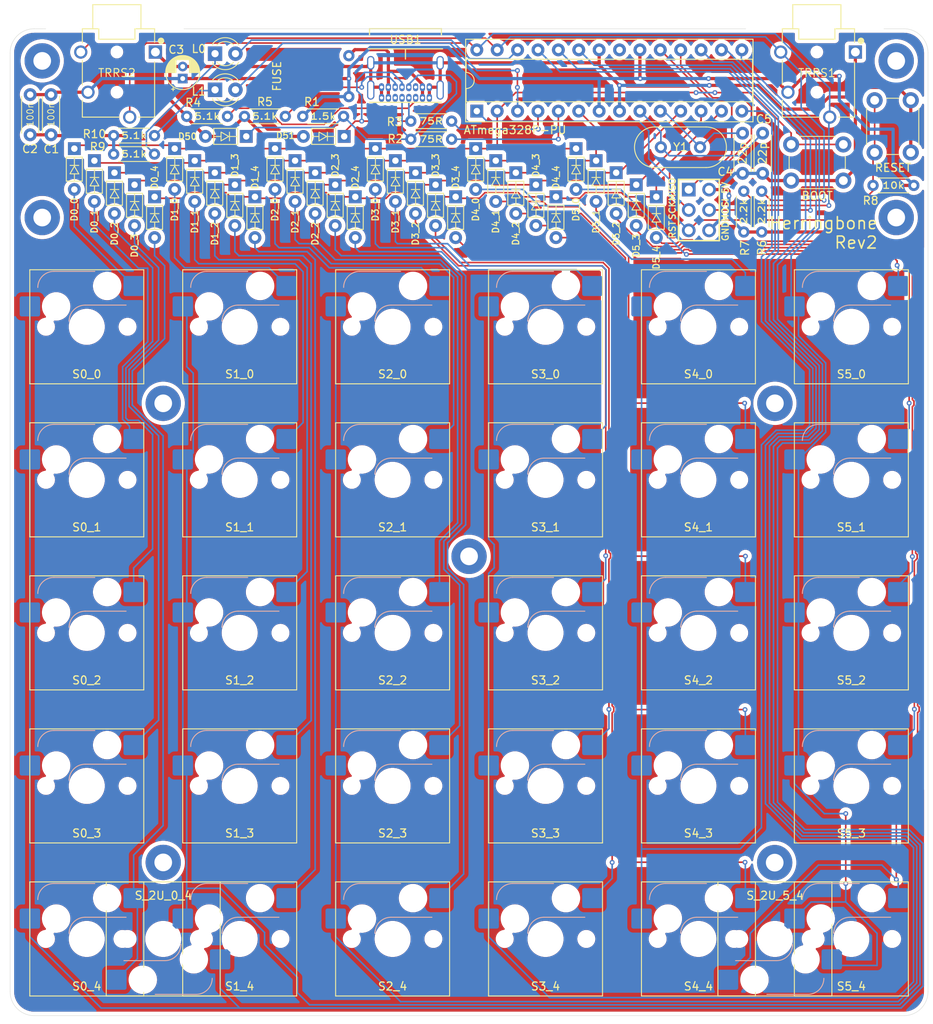
<source format=kicad_pcb>
(kicad_pcb (version 20241229) (generator "pcbnew") (generator_version "9.0")
  (layers (0 "F.Cu" signal) (2 "B.Cu" signal) (13 "F.Paste" user) (15 "B.Paste" user) (5 "F.SilkS" user "F.Silkscreen") (7 "B.SilkS" user "B.Silkscreen") (1 "F.Mask" user) (3 "B.Mask" user) (25 "Edge.Cuts" user))
  (net 0 "")
  (net 1 "ROW0")
  (net 2 "Net-(D0_0-A)")
  (net 3 "ROW1")
  (net 4 "Net-(D0_1-A)")
  (net 5 "Net-(D0_2-A)")
  (net 6 "ROW2")
  (net 7 "Net-(D0_3-A)")
  (net 8 "ROW3")
  (net 9 "Net-(D0_4-A)")
  (net 10 "ROW4")
  (net 11 "Net-(D1_0-A)")
  (net 12 "Net-(D1_1-A)")
  (net 13 "Net-(D1_2-A)")
  (net 14 "Net-(D1_3-A)")
  (net 15 "Net-(D1_4-A)")
  (net 16 "Net-(D2_0-A)")
  (net 17 "Net-(D2_1-A)")
  (net 18 "Net-(D2_2-A)")
  (net 19 "Net-(D2_3-A)")
  (net 20 "Net-(D2_4-A)")
  (net 21 "Net-(D3_0-A)")
  (net 22 "Net-(D3_1-A)")
  (net 23 "Net-(D3_2-A)")
  (net 24 "Net-(D3_3-A)")
  (net 25 "Net-(D3_4-A)")
  (net 26 "Net-(D4_0-A)")
  (net 27 "Net-(D4_1-A)")
  (net 28 "Net-(D4_2-A)")
  (net 29 "Net-(D4_3-A)")
  (net 30 "Net-(D4_4-A)")
  (net 31 "Net-(D5_0-A)")
  (net 32 "Net-(D5_1-A)")
  (net 33 "Net-(D5_2-A)")
  (net 34 "Net-(D5_3-A)")
  (net 35 "Net-(D5_4-A)")
  (net 36 "COL0")
  (net 37 "COL1")
  (net 38 "COL2")
  (net 39 "COL3")
  (net 40 "COL4")
  (net 41 "COL5")
  (net 42 "Net-(D50-K)")
  (net 43 "Net-(D51-K)")
  (net 44 "Net-(F1-Pad1)")
  (net 45 "USB_D-")
  (net 47 "USB_D+")
  (net 48 "Net-(USB1-CC1)")
  (net 49 "Net-(USB1-CC2)")
  (net 51 "Net-(L0-K)")
  (net 52 "MOSI")
  (net 53 "RESET")
  (net 54 "MISO")
  (net 55 "SCK")
  (net 56 "+5V")
  (net 57 "i2c_SDA")
  (net 58 "i2c_SCL")
  (net 59 "GND")
  (net 60 "Net-(U1-XTAL2{slash}PB7)")
  (net 61 "Net-(L1-K)")
  (net 62 "Net-(U1-XTAL1{slash}PB6)")
  (net 64 "LED0")
  (net 65 "LED1")
  (footprint "herringbone:D_DO-35_SOD27_P5.08mm_Horizontal" (layer "F.Cu") (at 84.65 58.75 -90)
    (property "Reference" "D0_4")
    (property "Value" "Diode" (hide yes))
  )
  (footprint "herringbone:USB_C_GCT_USB4085" (layer "F.Cu") (at 115.9 41.6 180)
    (property "Reference" "USB1")
    (property "Value" "USB_C_GCT_USB4085-Type-C" (hide yes))
  )
  (footprint "PCM_Switch_Keyboard_Hotswap_Kailh:SW_Hotswap_Kailh_MX_1.00u" (layer "F.Cu") (at 133.35 76.2)
    (property "Reference" "S3_0")
    (property "Value" "Keyswitch")
  )
  (footprint "MountingHole:MountingHole_2.2mm_M2_Pad" (layer "F.Cu") (at 85.725 142.875)
    (property "Reference" "H6" (hide yes))
    (property "Value" "M2" (hide yes))
  )
  (footprint "herringbone:D_DO-35_SOD27_P5.08mm_Horizontal" (layer "F.Cu") (at 79.65 55.75 -90)
    (property "Reference" "D0_2")
    (property "Value" "Diode" (hide yes))
  )
  (footprint "herringbone:D_DO-35_SOD27_P5.08mm_Horizontal" (layer "F.Cu") (at 139.65 54.25 -90)
    (property "Reference" "D5_1")
    (property "Value" "Diode" (hide yes))
  )
  (footprint "herringbone:D_DO-35_SOD27_P5.08mm_Horizontal" (layer "F.Cu") (at 107.15 57.25 -90)
    (property "Reference" "D2_3")
    (property "Value" "Diode" (hide yes))
  )
  (footprint "herringbone:R_Axial_DIN0204_L3.6mm_D1.6mm_P5.08mm_Horizontal" (layer "F.Cu") (at 95.85 50)
    (property "Reference" "R5")
    (property "Value" "5.1k")
  )
  (footprint "herringbone:D_DO-35_SOD27_P5.08mm_Horizontal" (layer "F.Cu") (at 142.15 55.75 -90)
    (property "Reference" "D5_2")
    (property "Value" "Diode" (hide yes))
  )
  (footprint "herringbone:D_DO-35_SOD27_P5.08mm_Horizontal" (layer "F.Cu") (at 97.15 58.75 -90)
    (property "Reference" "D1_4")
    (property "Value" "Diode" (hide yes))
  )
  (footprint "MountingHole:MountingHole_2.2mm_M2_Pad" (layer "F.Cu") (at 70.65 43.1)
    (property "Reference" "H1" (hide yes))
    (property "Value" "M2" (hide yes))
  )
  (footprint "herringbone:D_DO-35_SOD27_P5.08mm_Horizontal" (layer "F.Cu") (at 112.15 52.75 -90)
    (property "Reference" "D3_0")
    (property "Value" "Diode" (hide yes))
  )
  (footprint "herringbone:R_Axial_DIN0204_L3.6mm_D1.6mm_P5.08mm_Horizontal" (layer "F.Cu") (at 179.23 58.6 180)
    (property "Reference" "R8")
    (property "Value" "10k")
  )
  (footprint "MountingHole:MountingHole_2.2mm_M2_Pad" (layer "F.Cu") (at 161.9 142.9)
    (property "Reference" "H7" (hide yes))
    (property "Value" "M2")
  )
  (footprint "PCM_Switch_Keyboard_Hotswap_Kailh:SW_Hotswap_Kailh_MX_1.00u" (layer "F.Cu") (at 95.25 95.25)
    (property "Reference" "S1_1")
    (property "Value" "Keyswitch")
  )
  (footprint "herringbone:R_Axial_DIN0204_L3.6mm_D1.6mm_P5.08mm_Horizontal" (layer "F.Cu") (at 121.65 52.85 180)
    (property "Reference" "R2")
    (property "Value" "75R")
  )
  (footprint "PCM_Switch_Keyboard_Hotswap_Kailh:SW_Hotswap_Kailh_MX_1.00u" (layer "F.Cu") (at 152.4 95.25)
    (property "Reference" "S4_1")
    (property "Value" "Keyswitch")
  )
  (footprint "PCM_Switch_Keyboard_Hotswap_Kailh:SW_Hotswap_Kailh_MX_1.00u" (layer "F.Cu") (at 95.25 114.3)
    (property "Reference" "S1_2")
    (property "Value" "Keyswitch")
  )
  (footprint "Capacitor_THT:C_Disc_D4.3mm_W1.9mm_P5.00mm" (layer "F.Cu") (at 157.9 52.1 -90)
    (property "Reference" "C4")
    (property "Value" "22p")
  )
  (footprint "herringbone:D_DO-35_SOD27_P5.08mm_Horizontal" (layer "F.Cu") (at 104.65 55.75 -90)
    (property "Reference" "D2_2")
    (property "Value" "Diode" (hide yes))
  )
  (footprint "herringbone:R_Axial_DIN0204_L3.6mm_D1.6mm_P5.08mm_Horizontal" (layer "F.Cu") (at 88.65 50)
    (property "Reference" "R4")
    (property "Value" "5.1k")
  )
  (footprint "PCM_Switch_Keyboard_Hotswap_Kailh:SW_Hotswap_Kailh_MX_1.00u" (layer "F.Cu") (at 152.4 76.2)
    (property "Reference" "S4_0")
    (property "Value" "Keyswitch")
  )
  (footprint "PCM_Switch_Keyboard_Hotswap_Kailh:SW_Hotswap_Kailh_MX_2.00u" (layer "F.Cu") (at 85.725 152.4 180)
    (property "Reference" "S_2U_0_4")
    (property "Value" "Keyswitch")
  )
  (footprint "Capacitor_THT:C_Disc_D4.3mm_W1.9mm_P5.00mm" (layer "F.Cu") (at 71.75 47.3 -90)
    (property "Reference" "C1")
    (property "Value" "100n")
  )
  (footprint "herringbone:D_DO-35_SOD27_P5.08mm_Horizontal" (layer "F.Cu") (at 122.15 58.75 -90)
    (property "Reference" "D3_4")
    (property "Value" "Diode" (hide yes))
  )
  (footprint "herringbone:D_DO-35_SOD27_P5.08mm_Horizontal" (layer "F.Cu") (at 89.65 54.25 -90)
    (property "Reference" "D1_1")
    (property "Value" "Diode" (hide yes))
  )
  (footprint "LED_THT:LED_D3.0mm" (layer "F.Cu") (at 92.18 42.2)
    (property "Reference" "L0")
    (property "Value" "LED")
  )
  (footprint "herringbone:D_DO-35_SOD27_P5.08mm_Horizontal" (layer "F.Cu") (at 102.15 54.25 -90)
    (property "Reference" "D2_1")
    (property "Value" "Diode" (hide yes))
  )
  (footprint "PCM_Switch_Keyboard_Hotswap_Kailh:SW_Hotswap_Kailh_MX_1.00u" (layer "F.Cu") (at 133.35 95.25)
    (property "Reference" "S3_1")
    (property "Value" "Keyswitch")
  )
  (footprint "PCM_Switch_Keyboard_Hotswap_Kailh:SW_Hotswap_Kailh_MX_1.00u" (layer "F.Cu") (at 95.25 152.4)
    (property "Reference" "S1_4")
    (property "Value" "Keyswitch")
  )
  (footprint "PCM_Switch_Keyboard_Hotswap_Kailh:SW_Hotswap_Kailh_MX_1.00u" (layer "F.Cu") (at 95.25 76.2)
    (property "Reference" "S1_0")
    (property "Value" "Keyswitch")
  )
  (footprint "herringbone:AVR_ICSP_3x2" (layer "F.Cu") (at 152.46 61.66 -90)
    (property "Reference" "ISP1" (hide yes))
    (property "Value" "AVR_ISP_6" (hide yes))
  )
  (footprint "herringbone:D_DO-35_SOD27_P5.08mm_Horizontal" (layer "F.Cu") (at 134.65 58.75 -90)
    (property "Reference" "D4_4")
    (property "Value" "Diode" (hide yes))
  )
  (footprint "Capacitor_THT:C_Disc_D4.3mm_W1.9mm_P5.00mm" (layer "F.Cu") (at 69.15 47.3 -90)
    (property "Reference" "C2")
    (property "Value" "100n")
  )
  (footprint "herringbone:CUI_SJ-43514" (layer "F.Cu") (at 79.95 44.6 -90)
    (property "Reference" "TRRS2")
    (property "Value" "SJ-43514" (hide yes))
    (fp_line (start -5.5 2.25) (end -5.5 8.85) (stroke (width 0.0001)) (layer "Edge.Cuts"))
    (fp_line (start -4.2 2.25) (end -5.5 2.25) (stroke (width 0.0001)) (layer "Edge.Cuts"))
    (fp_line (start -5.5 -2.25) (end -4.2 -2.25) (stroke (width 0.0001)) (layer "Edge.Cuts"))
    (fp_line (start -4.2 -2.25) (end -4.2 2.25) (stroke (width 0.0001)) (layer "Edge.Cuts"))
    (fp_line (start -5.5 -8.35) (end -5.5 -2.25) (stroke (width 0.0001)) (layer "Edge.Cuts"))
  )
  (footprint "herringbone:D_DO-35_SOD27_P5.08mm_Horizontal" (layer "F.Cu") (at 77.15 54.25 -90)
    (property "Reference" "D0_1")
    (property "Value" "Diode" (hide yes))
  )
  (footprint "herringbone:D_DO-35_SOD27_P5.08mm_Horizontal" (layer "F.Cu") (at 74.65 52.75 -90)
    (property "Reference" "D0_0")
    (property "Value" "Diode" (hide yes))
  )
  (footprint "herringbone:D_DO-35_SOD27_P5.08mm_Horizontal" (layer "F.Cu") (at 117.15 55.75 -90)
    (property "Reference" "D3_2")
    (property "Value" "Diode" (hide yes))
  )
  (footprint "PCM_Switch_Keyboard_Hotswap_Kailh:SW_Hotswap_Kailh_MX_1.00u" (layer "F.Cu") (at 171.45 95.25)
    (property "Reference" "S5_1")
    (property "Value" "Keyswitch")
  )
  (footprint "Button_Switch_THT:SW_PUSH_6mm" (layer "F.Cu") (at 174.35 54.5 90)
    (property "Reference" "B1" (hide yes))
    (property "Value" "RESET")
  )
  (footprint "MountingHole:MountingHole_2.2mm_M2_Pad" (layer "F.Cu") (at 70.65 62.6)
    (property "Reference" "H2" (hide yes))
    (property "Value" "M2" (hide yes))
  )
  (footprint "PCM_Switch_Keyboard_Hotswap_Kailh:SW_Hotswap_Kailh_MX_1.00u" (layer "F.Cu") (at 95.25 133.35)
    (property "Reference" "S1_3")
    (property "Value" "Keyswitch")
  )
  (footprint "herringbone:D_DO-35_SOD27_P5.08mm_Horizontal" (layer "F.Cu") (at 132.15 57.25 -90)
    (property "Reference" "D4_3")
    (property "Value" "Diode" (hide yes))
  )
  (footprint "herringbone:D_DO-35_SOD27_P5.08mm_Horizontal" (layer "F.Cu") (at 129.65 55.75 -90)
    (property "Reference" "D4_2")
    (property "Value" "Diode" (hide yes))
  )
  (footprint "MountingHole:MountingHole_2.2mm_M2_Pad" (layer "F.Cu") (at 177.04 43.1)
    (property "Reference" "H3" (hide yes))
    (property "Value" "M2" (hide yes))
  )
  (footprint "PCM_Switch_Keyboard_Hotswap_Kailh:SW_Hotswap_Kailh_MX_1.00u" (layer "F.Cu") (at 152.4 114.3)
    (property "Reference" "S4_2")
    (property "Value" "Keyswitch")
  )
  (footprint "herringbone:D_DO-35_SOD27_P5.08mm_Horizontal" (layer "F.Cu") (at 114.65 54.25 -90)
    (property "Reference" "D3_1")
    (property "Value" "Diode" (hide yes))
  )
  (footprint "herringbone:R_Axial_DIN0204_L3.6mm_D1.6mm_P5.08mm_Horizontal" (layer "F.Cu") (at 121.65 50.6 180)
    (property "Reference" "R3")
    (property "Value" "75R")
  )
  (footprint "herringbone:R_Axial_DIN0204_L3.6mm_D1.6mm_P5.08mm_Horizontal" (layer "F.Cu") (at 79.55 52.4)
    (property "Reference" "R10")
    (property "Value" "5.1k")
  )
  (footprint "herringbone:ATMEGA328-PU_DIP-28_W7.62mm_Socket" (layer "F.Cu") (at 124.79 49.35 90)
    (property "Reference" "U1" (hide yes))
    (property "Value" "ATmega328P-PU")
  )
  (footprint "PCM_Switch_Keyboard_Hotswap_Kailh:SW_Hotswap_Kailh_MX_1.00u" (layer "F.Cu") (at 76.2 133.35)
    (property "Reference" "S0_3")
    (property "Value" "Keyswitch")
  )
  (footprint "PCM_Switch_Keyboard_Hotswap_Kailh:SW_Hotswap_Kailh_MX_1.00u" (layer "F.Cu") (at 114.3 133.35)
    (property "Reference" "S2_3")
    (property "Value" "Keyswitch")
  )
  (footprint "herringbone:R_Axial_DIN0204_L3.6mm_D1.6mm_P5.08mm_Horizontal" (layer "F.Cu") (at 158.05 64.4 90)
    (property "Reference" "R7")
    (property "Value" "2.2k")
  )
  (footprint "PCM_Switch_Keyboard_Hotswap_Kailh:SW_Hotswap_Kailh_MX_1.00u" (layer "F.Cu") (at 114.3 114.3)
    (property "Reference" "S2_2")
    (property "Value" "Keyswitch")
  )
  (footprint "LED_THT:LED_D3.0mm" (layer "F.Cu") (at 92.18 46.7)
    (property "Reference" "L1")
    (property "Value" "LED")
  )
  (footprint "MountingHole:MountingHole_2.2mm_M2_Pad" (layer "F.Cu") (at 161.925 85.725)
    (property "Reference" "H8" (hide yes))
    (property "Value" "M2" (hide yes))
  )
  (footprint "PCM_Switch_Keyboard_Hotswap_Kailh:SW_Hotswap_Kailh_MX_1.00u" (layer "F.Cu") (at 171.45 114.3)
    (property "Reference" "S5_2")
    (property "Value" "Keyswitch")
  )
  (footprint "PCM_Switch_Keyboard_Hotswap_Kailh:SW_Hotswap_Kailh_MX_1.00u" (layer "F.Cu") (at 133.35 152.4)
    (property "Reference" "S3_4")
    (property "Value" "Keyswitch")
  )
  (footprint "herringbone:R_Axial_DIN0204_L3.6mm_D1.6mm_P5.08mm_Horizontal" (layer "F.Cu") (at 160.28 64.4 90)
    (property "Reference" "R6")
    (property "Value" "2.2k")
  )
  (footprint "herringbone:D_DO-35_SOD27_P5.08mm_Horizontal" (layer "F.Cu") (at 99.65 52.75 -90)
    (property "Reference" "D2_0")
    (property "Value" "Diode" (hide yes))
  )
  (footprint "MountingHole:MountingHole_2.2mm_M2_Pad" (layer "F.Cu") (at 123.825 104.775)
    (property "Reference" "H5" (hide yes))
    (property "Value" "M2" (hide yes))
  )
  (footprint "Capacitor_THT:CP_Radial_D4.0mm_P1.50mm" (layer "F.Cu") (at 88.15 45.3 90)
    (property "Reference" "C3")
    (property "Value" "4.6u" (hide yes))
  )
  (footprint "Button_Switch_THT:SW_PUSH_6mm" (layer "F.Cu") (at 163.95 53.5)
    (property "Reference" "B2" (hide yes))
    (property "Value" "BOOT")
  )
  (footprint "PCM_Switch_Keyboard_Hotswap_Kailh:SW_Hotswap_Kailh_MX_1.00u" (layer "F.Cu") (at 152.4 133.35)
    (property "Reference" "S4_3")
    (property "Value" "Keyswitch")
  )
  (footprint "herringbone:D_DO-35_SOD27_P5.08mm_Horizontal" (layer "F.Cu") (at 109.5375 52.5 180)
    (property "Reference" "D51")
    (property "Value" "3.6V" (hide yes))
  )
  (footprint "herringbone:D_DO-35_SOD27_P5.08mm_Horizontal" (layer "F.Cu") (at 127.15 54.25 -90)
    (property "Reference" "D4_1")
    (property "Value" "Diode" (hide yes))
  )
  (footprint "PCM_Switch_Keyboard_Hotswap_Kailh:SW_Hotswap_Kailh_MX_2.00u" (layer "F.Cu") (at 161.925 152.4 180)
    (property "Reference" "S_2U_5_4")
    (property "Value" "Keyswitch")
  )
  (footprint "herringbone:D_DO-35_SOD27_P5.08mm_Horizontal" (layer "F.Cu") (at 87.15 52.75 -90)
    (property "Reference" "D1_0")
    (property "Value" "Diode" (hide yes))
  )
  (footprint "PCM_Switch_Keyboard_Hotswap_Kailh:SW_Hotswap_Kailh_MX_1.00u" (layer "F.Cu") (at 114.3 76.2)
    (property "Reference" "S2_0")
    (property "Value" "Keyswitch")
  )
  (footprint "herringbone:CUI_SJ-43514" (layer "F.Cu") (at 167.15 44.6 -90)
    (property "Reference" "TRRS1")
    (property "Value" "SJ-43514" (hide yes))
    (fp_line (start -5.5 2.25) (end -5.5 8.85) (stroke (width 0.0001)) (layer "Edge.Cuts"))
    (fp_line (start -4.2 2.25) (end -5.5 2.25) (stroke (width 0.0001)) (layer "Edge.Cuts"))
    (fp_line (start -5.5 -2.25) (end -4.2 -2.25) (stroke (width 0.0001)) (layer "Edge.Cuts"))
    (fp_line (start -4.2 -2.25) (end -4.2 2.25) (stroke (width 0.0001)) (layer "Edge.Cuts"))
    (fp_line (start -5.5 -8.35) (end -5.5 -2.25) (stroke (width 0.0001)) (layer "Edge.Cuts"))
  )
  (footprint "herringbone:R_Axial_DIN0204_L3.6mm_D1.6mm_P5.08mm_Horizontal" (layer "F.Cu") (at 108.19 50 180)
    (property "Reference" "R1")
    (property "Value" "1.5k")
  )
  (footprint "PCM_Switch_Keyboard_Hotswap_Kailh:SW_Hotswap_Kailh_MX_1.00u" (layer "F.Cu") (at 76.2 76.2)
    (property "Reference" "S0_0")
    (property "Value" "Keyswitch")
  )
  (footprint "herringbone:D_DO-35_SOD27_P5.08mm_Horizontal" (layer "F.Cu") (at 119.65 57.25 -90)
    (property "Reference" "D3_3")
    (property "Value" "Diode" (hide yes))
  )
  (footprint "PCM_Switch_Keyboard_Hotswap_Kailh:SW_Hotswap_Kailh_MX_1.00u" (layer "F.Cu") (at 133.35 133.35)
    (property "Reference" "S3_3")
    (property "Value" "Keyswitch")
  )
  (footprint "Capacitor_THT:C_Disc_D4.3mm_W1.9mm_P5.00mm" (layer "F.Cu") (at 160.4 52.1 -90)
    (property "Reference" "C5")
    (property "Value" "22p")
  )
  (footprint "herringbone:D_DO-35_SOD27_P5.08mm_Horizontal" (layer "F.Cu") (at 97.3375 52.5 180)
    (property "Reference" "D50")
    (property "Value" "3.6V" (hide yes))
  )
  (footprint "PCM_Switch_Keyboard_Hotswap_Kailh:SW_Hotswap_Kailh_MX_1.00u" (layer "F.Cu") (at 114.3 152.4)
    (property "Reference" "S2_4")
    (property "Value" "Keyswitch")
  )
  (footprint "PCM_Switch_Keyboard_Hotswap_Kailh:SW_Hotswap_Kailh_MX_1.00u" (layer "F.Cu") (at 76.2 95.25)
    (property "Reference" "S0_1")
    (property "Value" "Keyswitch")
  )
  (footprint "herringbone:D_DO-35_SOD27_P5.08mm_Horizontal" (layer "F.Cu") (at 109.65 58.75 -90)
    (property "Reference" "D2_4")
    (property "Value" "Diode" (hide yes))
  )
  (footprint "herringbone:D_DO-35_SOD27_P5.08mm_Horizontal" (layer "F.Cu") (at 92.15 55.75 -90)
    (property "Reference" "D1_2")
    (property "Value" "Diode" (hide yes))
  )
  (footprint "PCM_Switch_Keyboard_Hotswap_Kailh:SW_Hotswap_Kailh_MX_1.00u" (layer "F.Cu") (at 171.45 152.4)
    (property "Reference" "S5_4")
    (property "Value" "Keyswitch")
  )
  (footprint "herringbone:D_DO-35_SOD27_P5.08mm_Horizontal" (layer "F.Cu") (at 124.65 52.75 -90)
    (property "Reference" "D4_0")
    (property "Value" "Diode" (hide yes))
  )
  (footprint "herringbone:D_DO-35_SOD27_P5.08mm_Horizontal" (layer "F.Cu") (at 144.65 57.25 -90)
    (property "Reference" "D5_3")
    (property "Value" "Diode" (hide yes))
  )
  (footprint "PCM_Switch_Keyboard_Hotswap_Kailh:SW_Hotswap_Kailh_MX_1.00u" (layer "F.Cu") (at 114.3 95.25)
    (property "Reference" "S2_1")
    (property "Value" "Keyswitch")
  )
  (footprint "PCM_Switch_Keyboard_Hotswap_Kailh:SW_Hotswap_Kailh_MX_1.00u" (layer "F.Cu") (at 133.35 114.3)
    (property "Reference" "S3_2")
    (property "Value" "Keyswitch")
  )
  (footprint "PCM_Switch_Keyboard_Hotswap_Kailh:SW_Hotswap_Kailh_MX_1.00u" (layer "F.Cu") (at 171.45 76.2)
    (property "Reference" "S5_0")
    (property "Value" "Keyswitch")
  )
  (footprint "herringbone:Crystal_HC49-4H_Vertical" (layer "F.Cu") (at 152.6 53.85 180)
    (property "Reference" "Y1")
    (property "Value" "16MHz")
  )
  (footprint "herringbone:D_DO-35_SOD27_P5.08mm_Horizontal" (layer "F.Cu") (at 82.15 57.25 -90)
    (property "Reference" "D0_3")
    (property "Value" "Diode" (hide yes))
  )
  (footprint "herringbone:polyfuse_5.1mm" (layer "F.Cu") (at 108.85 45 -90)
    (property "Reference" "F1")
    (property "Value" "100mA")
  )
  (footprint "herringbone:D_DO-35_SOD27_P5.08mm_Horizontal" (layer "F.Cu") (at 137.15 52.75 -90)
    (property "Reference" "D5_0")
    (property "Value" "Diode" (hide yes))
  )
  (footprint "herringbone:D_DO-35_SOD27_P5.08mm_Horizontal" (layer "F.Cu") (at 94.65 57.25 -90)
    (property "Reference" "D1_3")
    (property "Value" "Diode" (hide yes))
  )
  (footprint "PCM_Switch_Keyboard_Hotswap_Kailh:SW_Hotswap_Kailh_MX_1.00u" (layer "F.Cu") (at 76.2 114.3)
    (property "Reference" "S0_2")
    (property "Value" "Keyswitch")
  )
  (footprint "PCM_Switch_Keyboard_Hotswap_Kailh:SW_Hotswap_Kailh_MX_1.00u" (layer "F.Cu") (at 76.2 152.4)
    (property "Reference" "S0_4")
    (property "Value" "Keyswitch")
  )
  (footprint "herringbone:R_Axial_DIN0204_L3.6mm_D1.6mm_P5.08mm_Horizontal" (layer "F.Cu") (at 79.55 54.7)
    (property "Reference" "R9")
    (property "Value" "5.1k")
  )
  (footprint "PCM_Switch_Keyboard_Hotswap_Kailh:SW_Hotswap_Kailh_MX_1.00u" (layer "F.Cu") (at 152.4 152.4)
    (property "Reference" "S4_4")
    (property "Value" "Keyswitch")
  )
  (footprint "PCM_Switch_Keyboard_Hotswap_Kailh:SW_Hotswap_Kailh_MX_1.00u" (layer "F.Cu") (at 171.45 133.35)
    (property "Reference" "S5_3")
    (property "Value" "Keyswitch")
  )
  (footprint "MountingHole:MountingHole_2.2mm_M2_Pad" (layer "F.Cu") (at 177.04 62.6)
    (property "Reference" "H4" (hide yes))
    (property "Value" "M2" (hide yes))
  )
  (footprint "herringbone:D_DO-35_SOD27_P5.08mm_Horizontal" (layer "F.Cu") (at 147.15 58.75 -90)
    (property "Reference" "D5_4")
    (property "Value" "Diode" (hide yes))
  )
  (footprint "MountingHole:MountingHole_2.2mm_M2_Pad" (layer "F.Cu") (at 85.725 85.725)
    (property "Reference" "H9" (hide yes))
    (property "Value" "M2" (hide yes))
  )
  (gr_line (start 178 161.95) (end 69.65 161.95) (stroke (width 0.05)) (layer "Edge.Cuts"))
  (gr_arc (start 178 39.1) (mid 180.12132 39.97868) (end 181 42.1) (stroke (width 0.05)) (layer "Edge.Cuts"))
  (gr_line (start 66.65 158.95) (end 66.65 42.1) (stroke (width 0.05)) (layer "Edge.Cuts"))
  (gr_arc (start 66.65 42.1) (mid 67.52868 39.97868) (end 69.65 39.1) (stroke (width 0.05)) (layer "Edge.Cuts"))
  (gr_arc (start 181 158.95) (mid 180.12132 161.07132) (end 178 161.95) (stroke (width 0.05)) (layer "Edge.Cuts"))
  (gr_arc (start 69.65 161.95) (mid 67.52868 161.07132) (end 66.65 158.95) (stroke (width 0.05)) (layer "Edge.Cuts"))
  (gr_line (start 175.5 39.1) (end 178 39.1) (stroke (width 0.05)) (layer "Edge.Cuts"))
  (gr_line (start 71.1 39.1) (end 69.65 39.1) (stroke (width 0.05)) (layer "Edge.Cuts"))
  (gr_line (start 88.3 39.1) (end 158.3 39.1) (stroke (width 0.05)) (layer "Edge.Cuts"))
  (gr_line (start 181 42.1) (end 181 158.95) (stroke (width 0.05)) (layer "Edge.Cuts"))
  (gr_text "Herringbone\nRev2" (at 174.83 66.59 0) (layer "F.SilkS") (effects (font (size 1.5 1.5) (thickness 0.1875)) (justify right bottom)))
  (segment (start 127.33 49.35) (end 127.33 54) (width 0.2) (layer "F.Cu") (net 1))
  (segment (start 152.09 47.04) (end 129.64 47.04) (width 0.2) (layer "F.Cu") (net 1))
  (segment (start 75.07 53.6) (end 86.73 53.6) (width 0.2) (layer "F.Cu") (net 1))
  (segment (start 163.95 52.085787) (end 158.914213 47.05) (width 0.2) (layer "F.Cu") (net 1))
  (segment (start 163.95 53.5) (end 163.95 52.085787) (width 0.2) (layer "F.Cu") (net 1))
  (segment (start 99.65 54.02) (end 112.15 54.02) (width 0.2) (layer "F.Cu") (net 1))
  (segment (start 152.1 47.05) (end 152.09 47.04) (width 0.2) (layer "F.Cu") (net 1))
  (segment (start 170.45 53.5) (end 163.95 53.5) (width 0.2) (layer "F.Cu") (net 1))
  (segment (start 124.65 54.02) (end 127.35 54.02) (width 0.2) (layer "F.Cu") (net 1))
  (segment (start 87.15 54.02) (end 99.65 54.02) (width 0.2) (layer "F.Cu") (net 1))
  (segment (start 127.33 54) (end 127.35 54.02) (width 0.2) (layer "F.Cu") (net 1))
  (segment (start 158.914213 47.05) (end 154.45 47.05) (width 0.2) (layer "F.Cu") (net 1))
  (segment (start 127.35 54.02) (end 137.15 54.02) (width 0.2) (layer "F.Cu") (net 1))
  (segment (start 129.64 47.04) (end 127.33 49.35) (width 0.2) (layer "F.Cu") (net 1))
  (segment (start 124.65 54.02) (end 112.15 54.02) (width 0.2) (layer "F.Cu") (net 1))
  (via (at 152.1 47.05) (size 0.6) (drill 0.3) (layers "F.Cu" "B.Cu") (net 1))
  (via (at 154.45 47.05) (size 0.6) (drill 0.3) (layers "F.Cu" "B.Cu") (net 1))
  (segment (start 154.45 47.05) (end 152.1 47.05) (width 0.2) (layer "B.Cu") (net 1))
  (segment (start 74.65 63.728) (end 82.042 71.12) (width 0.2) (layer "B.Cu") (net 2))
  (segment (start 74.65 59.1) (end 74.65 63.728) (width 0.2) (layer "B.Cu") (net 2))
  (segment (start 127.15 55.52) (end 139.65 55.52) (width 0.2) (layer "F.Cu") (net 3))
  (segment (start 77.43 55.8) (end 89.37 55.8) (width 0.2) (layer "F.Cu") (net 3))
  (segment (start 102.15 55.52) (end 114.65 55.52) (width 0.2) (layer "F.Cu") (net 3))
  (segment (start 89.65 55.52) (end 102.15 55.52) (width 0.2) (layer "F.Cu") (net 3))
  (segment (start 139.65 51.51) (end 137.49 49.35) (width 0.2) (layer "F.Cu") (net 3))
  (segment (start 139.65 55.52) (end 139.65 51.51) (width 0.2) (layer "F.Cu") (net 3))
  (segment (start 114.65 55.52) (end 127.15 55.52) (width 0.2) (layer "F.Cu") (net 3))
  (segment (start 80.67 81.18) (end 80.67 87.72) (width 0.2) (layer "B.Cu") (net 4))
  (segment (start 80.67 87.72) (end 81.52 88.57) (width 0.2) (layer "B.Cu") (net 4))
  (segment (start 81.52 88.57) (end 81.52 90.17) (width 0.2) (layer "B.Cu") (net 4))
  (segment (start 77.15 63.41684) (end 82.63316 68.9) (width 0.2) (layer "B.Cu") (net 4))
  (segment (start 77.15 60.6) (end 77.15 63.41684) (width 0.2) (layer "B.Cu") (net 4))
  (segment (start 83.8 78.05) (end 80.67 81.18) (width 0.2) (layer "B.Cu") (net 4))
  (segment (start 82.63316 68.9) (end 83.8 68.9) (width 0.2) (layer "B.Cu") (net 4))
  (segment (start 83.8 68.9) (end 83.8 78.05) (width 0.2) (layer "B.Cu") (net 4))
  (segment (start 82.042 106.208) (end 82.042 109.22) (width 0.2) (layer "B.Cu") (net 5))
  (segment (start 82.63645 87.83645) (end 84.4 89.6) (width 0.2) (layer "B.Cu") (net 5))
  (segment (start 84.4 78.03) (end 84.3871 78.03) (width 0.2) (layer "B.Cu") (net 5))
  (segment (start 84.4 103.85) (end 82.042 106.208) (width 0.2) (layer "B.Cu") (net 5))
  (segment (start 81.071 81.3461) (end 81.071 87.5539) (width 0.2) (layer "B.Cu") (net 5))
  (segment (start 81.071 87.5539) (end 81.35355 87.83645) (width 0.2) (layer "B.Cu") (net 5))
  (segment (start 84.3871 78.03) (end 81.071 81.3461) (width 0.2) (layer "B.Cu") (net 5))
  (segment (start 79.65 62.1) (end 79.65 64.1) (width 0.2) (layer "B.Cu") (net 5))
  (segment (start 81.35355 87.83645) (end 82.63645 87.83645) (width 0.2) (layer "B.Cu") (net 5))
  (segment (start 84.4 89.6) (end 84.4 103.85) (width 0.2) (layer "B.Cu") (net 5))
  (segment (start 84.4 68.85) (end 84.4 78.03) (width 0.2) (layer "B.Cu") (net 5))
  (segment (start 79.65 64.1) (end 84.4 68.85) (width 0.2) (layer "B.Cu") (net 5))
  (segment (start 79.65 57.02) (end 92.15 57.02) (width 0.2) (layer "F.Cu") (net 6))
  (segment (start 150.19 49.35) (end 142.52 57.02) (width 0.2) (layer "F.Cu") (net 6))
  (segment (start 117.15 57.02) (end 129.65 57.02) (width 0.2) (layer "F.Cu") (net 6))
  (segment (start 129.65 57.02) (end 142.15 57.02) (width 0.2) (layer "F.Cu") (net 6))
  (segment (start 92.15 57.02) (end 104.65 57.02) (width 0.2) (layer "F.Cu") (net 6))
  (segment (start 104.65 57.02) (end 117.15 57.02) (width 0.2) (layer "F.Cu") (net 6))
  (segment (start 81.472 86.1049) (end 81.472 81.5122) (width 0.2) (layer "B.Cu") (net 7))
  (segment (start 81.472 81.5122) (end 81.4849 81.5122) (width 0.2) (layer "B.Cu") (net 7))
  (segment (start 81.4849 81.5122) (end 85.15 77.8471) (width 0.2) (layer "B.Cu") (net 7))
  (segment (start 85.15 89.7829) (end 81.472 86.1049) (width 0.2) (layer "B.Cu") (net 7))
  (segment (start 82.15 65.85) (end 82.15 63.6) (width 0.2) (layer "B.Cu") (net 7))
  (segment (start 85.15 125.162) (end 85.15 89.7829) (width 0.2) (layer "B.Cu") (net 7))
  (segment (start 85.15 77.8471) (end 85.15 68.85) (width 0.2) (layer "B.Cu") (net 7))
  (segment (start 85.15 68.85) (end 82.15 65.85) (width 0.2) (layer "B.Cu") (net 7))
  (segment (start 82.042 128.27) (end 85.15 125.162) (width 0.2) (layer "B.Cu") (net 7))
  (segment (start 138.949 57.999) (end 139.47 58.52) (width 0.2) (layer "F.Cu") (net 8))
  (segment (start 114.47 58.52) (end 119.65 58.52) (width 0.2) (layer "F.Cu") (net 8))
  (segment (start 89.53 58.52) (end 94.65 58.52) (width 0.2) (layer "F.Cu") (net 8))
  (segment (start 144.74 58.52) (end 152.73 50.53) (width 0.2) (layer "F.Cu") (net 8))
  (segment (start 82.671 57.999) (end 88.949 57.999) (width 0.2) (layer "F.Cu") (net 8))
  (segment (start 89.5 58.55) (end 89.53 58.52) (width 0.2) (layer "F.Cu") (net 8))
  (segment (start 132.671 57.999) (end 138.949 57.999) (width 0.2) (layer "F.Cu") (net 8))
  (segment (start 101.449 57.999) (end 101.97 58.52) (width 0.2) (layer "F.Cu") (net 8))
  (segment (start 107.671 57.999) (end 113.949 57.999) (width 0.2) (layer "F.Cu") (net 8))
  (segment (start 101.97 58.52) (end 107.15 58.52) (width 0.2) (layer "F.Cu") (net 8))
  (segment (start 139.47 58.52) (end 144.65 58.52) (width 0.2) (layer "F.Cu") (net 8))
  (segment (start 113.949 57.999) (end 114.47 58.52) (width 0.2) (layer "F.Cu") (net 8))
  (segment (start 126.97 58.52) (end 132.15 58.52) (width 0.2) (layer "F.Cu") (net 8))
  (segment (start 95.171 57.999) (end 101.449 57.999) (width 0.2) (layer "F.Cu") (net 8))
  (segment (start 126.449 57.999) (end 126.97 58.52) (width 0.2) (layer "F.Cu") (net 8))
  (segment (start 120.171 57.999) (end 126.449 57.999) (width 0.2) (layer "F.Cu") (net 8))
  (segment (start 88.949 57.999) (end 89.5 58.55) (width 0.2) (layer "F.Cu") (net 8))
  (segment (start 152.73 50.53) (end 152.73 49.35) (width 0.2) (layer "F.Cu") (net 8))
  (segment (start 82.042 141.958) (end 85.71 138.29) (width 0.2) (layer "B.Cu") (net 9))
  (segment (start 84.65 67.35) (end 84.65 65.1) (width 0.2) (layer "B.Cu") (net 9))
  (segment (start 85.9 77.6642) (end 85.9 68.6) (width 0.2) (layer "B.Cu") (net 9))
  (segment (start 85.71 89.76) (end 85.6942 89.76) (width 0.2) (layer "B.Cu") (net 9))
  (segment (start 82.506 154.857) (end 79.883 157.48) (width 0.2) (layer "B.Cu") (net 9))
  (segment (start 85.9 68.6) (end 84.65 67.35) (width 0.2) (layer "B.Cu") (net 9))
  (segment (start 81.873 85.9388) (end 81.873 81.6912) (width 0.2) (layer "B.Cu") (net 9))
  (segment (start 85.71 138.29) (end 85.71 89.76) (width 0.2) (layer "B.Cu") (net 9))
  (segment (start 81.873 81.6912) (end 85.9 77.6642) (width 0.2) (layer "B.Cu") (net 9))
  (segment (start 82.506 147.784) (end 82.506 154.857) (width 0.2) (layer "B.Cu") (net 9))
  (segment (start 85.6942 89.76) (end 81.873 85.9388) (width 0.2) (layer "B.Cu") (net 9))
  (segment (start 82.042 147.32) (end 82.042 141.958) (width 0.2) (layer "B.Cu") (net 9))
  (segment (start 142.799 59.499) (end 143.32 60.02) (width 0.2) (layer "F.Cu") (net 10))
  (segment (start 106.57 60.02) (end 109.65 60.02) (width 0.2) (layer "F.Cu") (net 10))
  (segment (start 106.049 59.499) (end 106.57 60.02) (width 0.2) (layer "F.Cu") (net 10))
  (segment (start 88.099 60.201) (end 88.801 59.499) (width 0.2) (layer "F.Cu") (net 10))
  (segment (start 93.549 59.499) (end 94.07 60.02) (width 0.2) (layer "F.Cu") (net 10))
  (segment (start 130.47 60.02) (end 134.65 60.02) (width 0.2) (layer "F.Cu") (net 10))
  (segment (start 109.831 60.201) (end 113.49195 60.201) (width 0.2) (layer "F.Cu") (net 10))
  (segment (start 118.02 60.02) (end 122.15 60.02) (width 0.2) (layer "F.Cu") (net 10))
  (segment (start 101.201 59.499) (end 106.049 59.499) (width 0.2) (layer "F.Cu") (net 10))
  (segment (start 125.10605 60.201) (end 125.80805 59.499) (width 0.2) (layer "F.Cu") (net 10))
  (segment (start 117.499 59.499) (end 118.02 60.02) (width 0.2) (layer "F.Cu") (net 10))
  (segment (start 84.831 60.201) (end 88.099 60.201) (width 0.2) (layer "F.Cu") (net 10))
  (segment (start 114.19395 59.499) (end 117.499 59.499) (width 0.2) (layer "F.Cu") (net 10))
  (segment (start 100.499 60.201) (end 101.201 59.499) (width 0.2) (layer "F.Cu") (net 10))
  (segment (start 134.831 60.201) (end 137.60605 60.201) (width 0.2) (layer "F.Cu") (net 10))
  (segment (start 129.949 59.499) (end 130.47 60.02) (width 0.2) (layer "F.Cu") (net 10))
  (segment (start 143.32 60.02) (end 147.15 60.02) (width 0.2) (layer "F.Cu") (net 10))
  (segment (start 122.331 60.201) (end 125.10605 60.201) (width 0.2) (layer "F.Cu") (net 10))
  (segment (start 88.801 59.499) (end 93.549 59.499) (width 0.2) (layer "F.Cu") (net 10))
  (segment (start 147.15 60.02) (end 147.15 57.47) (width 0.2) (layer "F.Cu") (net 10))
  (segment (start 138.30805 59.499) (end 142.799 59.499) (width 0.2) (layer "F.Cu") (net 10))
  (segment (start 147.15 57.47) (end 155.27 49.35) (width 0.2) (layer "F.Cu") (net 10))
  (segment (start 94.07 60.02) (end 97.15 60.02) (width 0.2) (layer "F.Cu") (net 10))
  (segment (start 113.49195 60.201) (end 114.19395 59.499) (width 0.2) (layer "F.Cu") (net 10))
  (segment (start 97.331 60.201) (end 100.499 60.201) (width 0.2) (layer "F.Cu") (net 10))
  (segment (start 137.60605 60.201) (end 138.30805 59.499) (width 0.2) (layer "F.Cu") (net 10))
  (segment (start 125.80805 59.499) (end 129.949 59.499) (width 0.2) (layer "F.Cu") (net 10))
  (segment (start 87.15 67.6) (end 88.4 68.85) (width 0.2) (layer "B.Cu") (net 11))
  (segment (start 87.15 59.1) (end 87.15 67.6) (width 0.2) (layer "B.Cu") (net 11))
  (segment (start 98.9 68.85) (end 101.092 71.042) (width 0.2) (layer "B.Cu") (net 11))
  (segment (start 88.4 68.85) (end 98.9 68.85) (width 0.2) (layer "B.Cu") (net 11))
  (segment (start 103.15 88.112) (end 101.092 90.17) (width 0.2) (layer "B.Cu") (net 12))
  (segment (start 90.15 68.35) (end 102.15 68.35) (width 0.2) (layer "B.Cu") (net 12))
  (segment (start 89.65 60.6) (end 89.65 67.85) (width 0.2) (layer "B.Cu") (net 12))
  (segment (start 103.15 69.35) (end 103.15 88.112) (width 0.2) (layer "B.Cu") (net 12))
  (segment (start 89.65 67.85) (end 90.15 68.35) (width 0.2) (layer "B.Cu") (net 12))
  (segment (start 102.15 68.35) (end 103.15 69.35) (width 0.2) (layer "B.Cu") (net 12))
  (segment (start 102.65 67.85) (end 103.65 68.85) (width 0.2) (layer "B.Cu") (net 13))
  (segment (start 92.15 62.1) (end 92.15 67.35) (width 0.2) (layer "B.Cu") (net 13))
  (segment (start 92.15 67.35) (end 92.65 67.85) (width 0.2) (layer "B.Cu") (net 13))
  (segment (start 103.65 68.85) (end 103.65 106.662) (width 0.2) (layer "B.Cu") (net 13))
  (segment (start 103.65 106.662) (end 101.092 109.22) (width 0.2) (layer "B.Cu") (net 13))
  (segment (start 92.65 67.85) (end 102.65 67.85) (width 0.2) (layer "B.Cu") (net 13))
  (segment (start 104.15 125.212) (end 101.092 128.27) (width 0.2) (layer "B.Cu") (net 14))
  (segment (start 94.65 66.85) (end 95.15 67.35) (width 0.2) (layer "B.Cu") (net 14))
  (segment (start 94.65 63.6) (end 94.65 66.85) (width 0.2) (layer "B.Cu") (net 14))
  (segment (start 103.15 67.35) (end 104.15 68.35) (width 0.2) (layer "B.Cu") (net 14))
  (segment (start 104.15 68.35) (end 104.15 125.212) (width 0.2) (layer "B.Cu") (net 14))
  (segment (start 95.15 67.35) (end 103.15 67.35) (width 0.2) (layer "B.Cu") (net 14))
  (segment (start 103.65 66.85) (end 104.65 67.85) (width 0.2) (layer "B.Cu") (net 15))
  (segment (start 97.15 65.1) (end 97.15 66.35) (width 0.2) (layer "B.Cu") (net 15))
  (segment (start 97.65 66.85) (end 103.65 66.85) (width 0.2) (layer "B.Cu") (net 15))
  (segment (start 104.65 143.762) (end 101.092 147.32) (width 0.2) (layer "B.Cu") (net 15))
  (segment (start 104.65 67.85) (end 104.65 143.762) (width 0.2) (layer "B.Cu") (net 15))
  (segment (start 97.15 66.35) (end 97.65 66.85) (width 0.2) (layer "B.Cu") (net 15))
  (segment (start 99.65 59.1) (end 99.65 65.85) (width 0.2) (layer "B.Cu") (net 16))
  (segment (start 117.9 68.85) (end 117.9 68.878) (width 0.2) (layer "B.Cu") (net 16))
  (segment (start 117.9 68.878) (end 120.142 71.12) (width 0.2) (layer "B.Cu") (net 16))
  (segment (start 99.65 65.85) (end 100.15 66.35) (width 0.2) (layer "B.Cu") (net 16))
  (segment (start 103.9 66.35) (end 106.4 68.85) (width 0.2) (layer "B.Cu") (net 16))
  (segment (start 106.4 68.85) (end 117.9 68.85) (width 0.2) (layer "B.Cu") (net 16))
  (segment (start 100.15 66.35) (end 103.9 66.35) (width 0.2) (layer "B.Cu") (net 16))
  (segment (start 120.18316 68.35) (end 121.9 70.06684) (width 0.2) (layer "B.Cu") (net 17))
  (segment (start 102.65 65.85) (end 104.15 65.85) (width 0.2) (layer "B.Cu") (net 17))
  (segment (start 104.15 65.85) (end 106.65 68.35) (width 0.2) (layer "B.Cu") (net 17))
  (segment (start 106.65 68.35) (end 120.18316 68.35) (width 0.2) (layer "B.Cu") (net 17))
  (segment (start 121.9 70.06684) (end 121.9 88.412) (width 0.2) (layer "B.Cu") (net 17))
  (segment (start 102.15 60.6) (end 102.15 65.35) (width 0.2) (layer "B.Cu") (net 17))
  (segment (start 121.9 88.412) (end 120.142 90.17) (width 0.2) (layer "B.Cu") (net 17))
  (segment (start 102.15 65.35) (end 102.65 65.85) (width 0.2) (layer "B.Cu") (net 17))
  (segment (start 120.25026 67.85) (end 122.4 69.99974) (width 0.2) (layer "B.Cu") (net 18))
  (segment (start 107.15 67.85) (end 120.25026 67.85) (width 0.2) (layer "B.Cu") (net 18))
  (segment (start 120.142 102.858) (end 120.142 109.22) (width 0.2) (layer "B.Cu") (net 18))
  (segment (start 122.4 100.6) (end 120.142 102.858) (width 0.2) (layer "B.Cu") (net 18))
  (segment (start 122.4 69.99974) (end 122.4 100.6) (width 0.2) (layer "B.Cu") (net 18))
  (segment (start 104.65 62.1) (end 104.65 65.35) (width 0.2) (layer "B.Cu") (net 18))
  (segment (start 104.65 65.35) (end 107.15 67.85) (width 0.2) (layer "B.Cu") (net 18))
  (segment (start 122.65 125.85) (end 120.23 128.27) (width 0.2) (layer "B.Cu") (net 19))
  (segment (start 122.9 69.93264) (end 122.9 100.6671) (width 0.2) (layer "B.Cu") (net 19))
  (segment (start 120.68355 102.88355) (end 120.68355 106.38355) (width 0.2) (layer "B.Cu") (net 19))
  (segment (start 107.15 63.6) (end 107.15 66.6) (width 0.2) (layer "B.Cu") (net 19))
  (segment (start 120.68355 106.38355) (end 122.65 108.35) (width 0.2) (layer "B.Cu") (net 19))
  (segment (start 120.31736 67.35) (end 122.9 69.93264) (width 0.2) (layer "B.Cu") (net 19))
  (segment (start 122.9 100.6671) (end 120.68355 102.88355) (width 0.2) (layer "B.Cu") (net 19))
  (segment (start 107.15 66.6) (end 107.9 67.35) (width 0.2) (layer "B.Cu") (net 19))
  (segment (start 107.9 67.35) (end 120.31736 67.35) (width 0.2) (layer "B.Cu") (net 19))
  (segment (start 122.65 108.35) (end 122.65 125.85) (width 0.2) (layer "B.Cu") (net 19))
  (segment (start 123.15 108.2829) (end 123.15 144.312) (width 0.2) (layer "B.Cu") (net 20))
  (segment (start 109.65 65.1) (end 109.65 66.35) (width 0.2) (layer "B.Cu") (net 20))
  (segment (start 121.15 103.1) (end 121.15 106.2829) (width 0.2) (layer "B.Cu") (net 20))
  (segment (start 123.4 100.85) (end 121.15 103.1) (width 0.2) (layer "B.Cu") (net 20))
  (segment (start 109.65 66.35) (end 110.15 66.85) (width 0.2) (layer "B.Cu") (net 20))
  (segment (start 123.15 144.312) (end 120.142 147.32) (width 0.2) (layer "B.Cu") (net 20))
  (segment (start 121.15 106.2829) (end 123.15 108.2829) (width 0.2) (layer "B.Cu") (net 20))
  (segment (start 110.15 66.85) (end 120.38446 66.85) (width 0.2) (layer "B.Cu") (net 20))
  (segment (start 120.38446 66.85) (end 123.4 69.86554) (width 0.2) (layer "B.Cu") (net 20))
  (segment (start 123.4 69.86554) (end 123.4 100.85) (width 0.2) (layer "B.Cu") (net 20))
  (segment (start 112.65 66.35) (end 120.9 66.35) (width 0.2) (layer "B.Cu") (net 21))
  (segment (start 120.9 66.35) (end 123.65 69.1) (width 0.2) (layer "B.Cu") (net 21))
  (segment (start 112.15 59.1) (end 112.15 65.85) (width 0.2) (layer "B.Cu") (net 21))
  (segment (start 137.172 69.1) (end 139.192 71.12) (width 0.2) (layer "B.Cu") (net 21))
  (segment (start 112.15 65.85) (end 112.65 66.35) (width 0.2) (layer "B.Cu") (net 21))
  (segment (start 123.65 69.1) (end 137.172 69.1) (width 0.2) (layer "B.Cu") (net 21))
  (segment (start 121.15 65.85) (end 123.9 68.6) (width 0.2) (layer "B.Cu") (net 22))
  (segment (start 140.4 68.6) (end 140.9 69.1) (width 0.2) (layer "B.Cu") (net 22))
  (segment (start 140.9 69.1) (end 140.9 88.462) (width 0.2) (layer "B.Cu") (net 22))
  (segment (start 123.9 68.6) (end 140.4 68.6) (width 0.2) (layer "B.Cu") (net 22))
  (segment (start 114.9 65.85) (end 121.15 65.85) (width 0.2) (layer "B.Cu") (net 22))
  (segment (start 140.9 88.462) (end 139.192 90.17) (width 0.2) (layer "B.Cu") (net 22))
  (segment (start 114.65 65.6) (end 114.9 65.85) (width 0.2) (layer "B.Cu") (net 22))
  (segment (start 114.65 60.6) (end 114.65 65.6) (width 0.2) (layer "B.Cu") (net 22))
  (segment (start 117.15 63.23137) (end 122.51863 68.6) (width 0.2) (layer "F.Cu") (net 23))
  (segment (start 122.51863 68.6) (end 140.35 68.6) (width 0.2) (layer "F.Cu") (net 23))
  (segment (start 140.35 68.6) (end 140.85 69.1) (width 0.2) (layer "F.Cu") (net 23))
  (segment (start 117.15 62.1) (end 117.15 63.23137) (width 0.2) (layer "F.Cu") (net 23))
  (segment (start 140.85 69.1) (end 140.85 104.7) (width 0.2) (layer "F.Cu") (net 23))
  (via (at 140.85 104.7) (size 0.6) (drill 0.3) (layers "F.Cu" "B.Cu") (net 23))
  (segment (start 140.85 107.562) (end 139.192 109.22) (width 0.2) (layer "B.Cu") (net 23))
  (segment (start 140.85 104.7) (end 140.85 107.562) (width 0.2) (layer "B.Cu") (net 23))
  (segment (start 119.65 65.16427) (end 122.68473 68.199) (width 0.2) (layer "F.Cu") (net 24))
  (segment (start 140.5161 68.199) (end 141.251 68.9339) (width 0.2) (layer "F.Cu") (net 24))
  (segment (start 122.68473 68.199) (end 140.5161 68.199) (width 0.2) (layer "F.Cu") (net 24))
  (segment (start 141.251 68.9339) (end 141.251 104.251057) (width 0.2) (layer "F.Cu") (net 24))
  (segment (start 119.65 63.6) (end 119.65 65.16427) (width 0.2) (layer "F.Cu") (net 24))
  (segment (start 141.451 104.451057) (end 141.451 104.948943) (width 0.2) (layer "F.Cu") (net 24))
  (segment (start 141.251 123.819) (end 141.25 123.82) (width 0.2) (layer "F.Cu") (net 24))
  (segment (start 141.251 104.251057) (end 141.451 104.451057) (width 0.2) (layer "F.Cu") (net 24))
  (segment (start 141.451 104.948943) (end 141.251 105.148943) (width 0.2) (layer "F.Cu") (net 24))
  (segment (start 141.251 105.148943) (end 141.251 123.819) (width 0.2) (layer "F.Cu") (net 24))
  (via (at 141.25 123.82) (size 0.6) (drill 0.3) (layers "F.Cu" "B.Cu") (net 24))
  (segment (start 141.25 123.82) (end 141.25 126.212) (width 0.2) (layer "B.Cu") (net 24))
  (segment (start 141.25 126.212) (end 139.192 128.27) (width 0.2) (layer "B.Cu") (net 24))
  (segment (start 141.652 124.267943) (end 141.652 142.87) (width 0.2) (layer "F.Cu") (net 25))
  (segment (start 124.848 67.798) (end 140.6822 67.798) (width 0.2) (layer "F.Cu") (net 25))
  (segment (start 141.652 68.7678) (end 141.652 104.084957) (width 0.2) (layer "F.Cu") (net 25))
  (segment (start 141.851 124.068943) (end 141.652 124.267943) (width 0.2) (layer "F.Cu") (net 25))
  (segment (start 141.652 123.372057) (end 141.851 123.571057) (width 0.2) (layer "F.Cu") (net 25))
  (segment (start 141.852 104.284957) (end 141.852 105.115043) (width 0.2) (layer "F.Cu") (net 25))
  (segment (start 141.652 105.315043) (end 141.652 123.372057) (width 0.2) (layer "F.Cu") (net 25))
  (segment (start 141.851 123.571057) (end 141.851 124.068943) (width 0.2) (layer "F.Cu") (net 25))
  (segment (start 141.852 105.115043) (end 141.652 105.315043) (width 0.2) (layer "F.Cu") (net 25))
  (segment (start 122.15 65.1) (end 124.848 67.798) (width 0.2) (layer "F.Cu") (net 25))
  (segment (start 141.652 104.084957) (end 141.852 104.284957) (width 0.2) (layer "F.Cu") (net 25))
  (segment (start 140.6822 67.798) (end 141.652 68.7678) (width 0.2) (layer "F.Cu") (net 25))
  (via (at 141.652 142.87) (size 0.6) (drill 0.3) (layers "F.Cu" "B.Cu") (net 25))
  (segment (start 141.652 142.87) (end 141.652 144.86) (width 0.2) (layer "B.Cu") (net 25))
  (segment (start 141.652 144.86) (end 139.192 147.32) (width 0.2) (layer "B.Cu") (net 25))
  (segment (start 137.4 61.1) (end 144.08171 67.78171) (width 0.2) (layer "B.Cu") (net 26))
  (segment (start 137.379 61.121) (end 137.4 61.1) (width 0.2) (layer "B.Cu") (net 26))
  (segment (start 144.08171 67.78171) (end 156.58171 67.78171) (width 0.2) (layer "B.Cu") (net 26))
  (segment (start 132.549 61.121) (end 137.379 61.121) (width 0.2) (layer "B.Cu") (net 26))
  (segment (start 156.58171 67.78171) (end 158.242 69.442) (width 0.2) (layer "B.Cu") (net 26))
  (segment (start 130.528 59.1) (end 132.549 61.121) (width 0.2) (layer "B.Cu") (net 26))
  (segment (start 124.65 59.1) (end 130.528 59.1) (width 0.2) (layer "B.Cu") (net 26))
  (segment (start 158.242 69.442) (end 158.242 71.12) (width 0.2) (layer "B.Cu") (net 26))
  (segment (start 127.15 60.6) (end 133.028 60.6) (width 0.2) (layer "F.Cu") (net 27))
  (segment (start 143.7 67.45) (end 143.7 85.7) (width 0.2) (layer "F.Cu") (net 27))
  (segment (start 133.028 60.6) (end 133.678 61.25) (width 0.2) (layer "F.Cu") (net 27))
  (segment (start 133.678 61.25) (end 137.5 61.25) (width 0.2) (layer "F.Cu") (net 27))
  (segment (start 143.7 85.7) (end 158.15 85.7) (width 0.2) (layer "F.Cu") (net 27))
  (segment (start 137.5 61.25) (end 143.7 67.45) (width 0.2) (layer "F.Cu") (net 27))
  (via (at 158.15 85.7) (size 0.6) (drill 0.3) (layers "F.Cu" "B.Cu") (net 27))
  (segment (start 158.15 85.7) (end 158.15 85.75) (width 0.2) (layer "B.Cu") (net 27))
  (segment (start 158.242 85.842) (end 158.242 90.17) (width 0.2) (layer "B.Cu") (net 27))
  (segment (start 158.15 85.75) (end 158.242 85.842) (width 0.2) (layer "B.Cu") (net 27))
  (segment (start 137.7829 62.1) (end 143.299 67.6161) (width 0.2) (layer "F.Cu") (net 28))
  (segment (start 143.299 104.749) (end 143.3 104.75) (width 0.2) (layer "F.Cu") (net 28))
  (segment (start 143.299 67.6161) (end 143.299 104.749) (width 0.2) (layer "F.Cu") (net 28))
  (segment (start 129.65 62.1) (end 137.7829 62.1) (width 0.2) (layer "F.Cu") (net 28))
  (segment (start 143.3 104.75) (end 158.25 104.75) (width 0.2) (layer "F.Cu") (net 28))
  (via (at 158.25 104.75) (size 0.6) (drill 0.3) (layers "F.Cu" "B.Cu") (net 28))
  (segment (start 158.25 104.75) (end 158.242 104.758) (width 0.2) (layer "B.Cu") (net 28))
  (segment (start 158.242 104.758) (end 158.242 109.22) (width 0.2) (layer "B.Cu") (net 28))
  (segment (start 132.15 63.6) (end 138.7158 63.6) (width 0.2) (layer "F.Cu") (net 29))
  (segment (start 142.898 67.7822) (end 142.898 123.798) (width 0.2) (layer "F.Cu") (net 29))
  (segment (start 142.95 123.85) (end 158.2 123.85) (width 0.2) (layer "F.Cu") (net 29))
  (segment (start 138.7158 63.6) (end 142.898 67.7822) (width 0.2) (layer "F.Cu") (net 29))
  (segment (start 142.898 123.798) (end 142.95 123.85) (width 0.2) (layer "F.Cu") (net 29))
  (via (at 158.2 123.85) (size 0.6) (drill 0.3) (layers "F.Cu" "B.Cu") (net 29))
  (segment (start 158.2 123.85) (end 158.242 123.892) (width 0.2) (layer "B.Cu") (net 29))
  (segment (start 158.242 123.892) (end 158.242 128.27) (width 0.2) (layer "B.Cu") (net 29))
  (segment (start 134.65 65.1) (end 139.6487 65.1) (width 0.2) (layer "F.Cu") (net 30))
  (segment (start 139.6487 65.1) (end 142.497 67.9483) (width 0.2) (layer "F.Cu") (net 30))
  (segment (start 142.5 142.85) (end 158.2 142.85) (width 0.2) (layer "F.Cu") (net 30))
  (segment (start 142.497 142.847) (end 142.5 142.85) (width 0.2) (layer "F.Cu") (net 30))
  (segment (start 142.497 67.9483) (end 142.497 142.847) (width 0.2) (layer "F.Cu") (net 30))
  (via (at 158.2 142.85) (size 0.6) (drill 0.3) (layers "F.Cu" "B.Cu") (net 30))
  (segment (start 158.2 142.85) (end 158.2 142.9) (width 0.2) (layer "B.Cu") (net 30))
  (segment (start 158.242 142.942) (end 158.242 147.32) (width 0.2) (layer "B.Cu") (net 30))
  (segment (start 158.2 142.9) (end 158.242 142.942) (width 0.2) (layer "B.Cu") (net 30))
  (segment (start 150.93071 67.15) (end 176.3 67.15) (width 0.2) (layer "F.Cu") (net 31))
  (segment (start 176.3 67.15) (end 177.15 68) (width 0.2) (layer "F.Cu") (net 31))
  (segment (start 177.15 68) (end 177.15 68.55) (width 0.2) (layer "F.Cu") (net 31))
  (segment (start 150.9 67.18071) (end 150.93071 67.15) (width 0.2) (layer "F.Cu") (net 31))
  (via (at 150.9 67.18071) (size 0.6) (drill 0.3) (layers "F.Cu" "B.Cu") (net 31))
  (via (at 177.15 68.55) (size 0.6) (drill 0.3) (layers "F.Cu" "B.Cu") (net 31))
  (segment (start 150.78776 67.18071) (end 142.70705 59.1) (width 0.2) (layer "B.Cu") (net 31))
  (segment (start 150.9 67.18071) (end 150.78776 67.18071) (width 0.2) (layer "B.Cu") (net 31))
  (segment (start 177.15 68.55) (end 177.292 68.692) (width 0.2) (layer "B.Cu") (net 31))
  (segment (start 177.292 68.692) (end 177.292 71.12) (width 0.2) (layer "B.Cu") (net 31))
  (segment (start 142.70705 59.1) (end 137.15 59.1) (width 0.2) (layer "B.Cu") (net 31))
  (segment (start 144.92163 67.003) (end 150.299 67.003) (width 0.2) (layer "F.Cu") (net 32))
  (segment (start 178.65 67.3) (end 178.65 85.7) (width 0.2) (layer "F.Cu") (net 32))
  (segment (start 150.299 67.003) (end 150.299 66.931767) (width 0.2) (layer "F.Cu") (net 32))
  (segment (start 139.65 61.73137) (end 144.92163 67.003) (width 0.2) (layer "F.Cu") (net 32))
  (segment (start 151.148943 66.57971) (end 151.318233 66.749) (width 0.2) (layer "F.Cu") (net 32))
  (segment (start 150.299 66.931767) (end 150.651057 66.57971) (width 0.2) (layer "F.Cu") (net 32))
  (segment (start 150.651057 66.57971) (end 151.148943 66.57971) (width 0.2) (layer "F.Cu") (net 32))
  (segment (start 139.65 60.6) (end 139.65 61.73137) (width 0.2) (layer "F.Cu") (net 32))
  (segment (start 151.318233 66.749) (end 178.099 66.749) (width 0.2) (layer "F.Cu") (net 32))
  (segment (start 178.099 66.749) (end 178.65 67.3) (width 0.2) (layer "F.Cu") (net 32))
  (via (at 178.65 85.7) (size 0.6) (drill 0.3) (layers "F.Cu" "B.Cu") (net 32))
  (segment (start 178.65 88.812) (end 177.292 90.17) (width 0.2) (layer "B.Cu") (net 32))
  (segment (start 178.65 85.7) (end 178.65 88.812) (width 0.2) (layer "B.Cu") (net 32))
  (segment (start 151.484333 66.348) (end 178.2651 66.348) (width 0.2) (layer "F.Cu") (net 33))
  (segment (start 150.484957 66.17871) (end 151.315043 66.17871) (width 0.2) (layer "F.Cu") (net 33))
  (segment (start 179.05 104.8) (end 179.05 86.149943) (width 0.2) (layer "F.Cu") (net 33))
  (segment (start 179.251 85.948943) (end 179.251 85.451057) (width 0.2) (layer "F.Cu") (net 33))
  (segment (start 150.061667 66.602) (end 150.484957 66.17871) (width 0.2) (layer "F.Cu") (net 33))
  (segment (start 179.051 85.251057) (end 179.051 67.1339) (width 0.2) (layer "F.Cu") (net 33))
  (segment (start 150.061667 66.602) (end 146.052 66.602) (width 0.2) (layer "F.Cu") (net 33))
  (segment (start 178.2651 66.348) (end 179.051 67.1339) (width 0.2) (layer "F.Cu") (net 33))
  (segment (start 151.484333 66.348) (end 151.315043 66.17871) (width 0.2) (layer "F.Cu") (net 33))
  (segment (start 179.251 85.451057) (end 179.051 85.251057) (width 0.2) (layer "F.Cu") (net 33))
  (segment (start 179.05 86.149943) (end 179.251 85.948943) (width 0.2) (layer "F.Cu") (net 33))
  (segment (start 146.052 66.602) (end 142.15 62.7) (width 0.2) (layer "F.Cu") (net 33))
  (via (at 179.05 104.8) (size 0.6) (drill 0.3) (layers "F.Cu" "B.Cu") (net 33))
  (segment (start 179.05 104.8) (end 179.05 106.65) (width 0.2) (layer "B.Cu") (net 33))
  (segment (start 179.05 106.65) (end 177.292 108.408) (width 0.2) (layer "B.Cu") (net 33))
  (segment (start 151.650433 65.947) (end 178.4312 65.947) (width 0.2) (layer "F.Cu") (net 34))
  (segment (start 178.4312 65.947) (end 179.452 66.9678) (width 0.2) (layer "F.Cu") (net 34))
  (segment (start 179.652 85.284957) (end 179.452 85.084957) (width 0.2) (layer "F.Cu") (net 34))
  (segment (start 149.895567 66.201) (end 150.318857 65.77771) (width 0.2) (layer "F.Cu") (net 34))
  (segment (start 179.651 104.551057) (end 179.451 104.351057) (width 0.2) (layer "F.Cu") (net 34))
  (segment (start 179.652 86.115043) (end 179.652 85.284957) (width 0.2) (layer "F.Cu") (net 34))
  (segment (start 150.318857 65.77771) (end 151.481143 65.77771) (width 0.2) (layer "F.Cu") (net 34))
  (segment (start 179.451 104.351057) (end 179.451 86.316043) (width 0.2) (layer "F.Cu") (net 34))
  (segment (start 179.451 86.316043) (end 179.652 86.115043) (width 0.2) (layer "F.Cu") (net 34))
  (segment (start 151.650433 65.947) (end 151.481143 65.77771) (width 0.2) (layer "F.Cu") (net 34))
  (segment (start 179.3 105.399943) (end 179.651 105.048943) (width 0.2) (layer "F.Cu") (net 34))
  (segment (start 179.3 123.8) (end 179.3 105.399943) (width 0.2) (layer "F.Cu") (net 34))
  (segment (start 146.69395 66.201) (end 144.65 64.15705) (width 0.2) (layer "F.Cu") (net 34))
  (segment (start 179.452 85.084957) (end 179.452 66.9678) (width 0.2) (layer "F.Cu") (net 34))
  (segment (start 179.651 105.048943) (end 179.651 104.551057) (width 0.2) (layer "F.Cu") (net 34))
  (segment (start 149.895567 66.201) (end 146.69395 66.201) (width 0.2) (layer "F.Cu") (net 34))
  (via (at 179.3 123.8) (size 0.6) (drill 0.3) (layers "F.Cu" "B.Cu") (net 34))
  (segment (start 179.3 123.8) (end 179.3 126.262) (width 0.2) (layer "B.Cu") (net 34))
  (segment (start 179.3 126.262) (end 177.292 128.27) (width 0.2) (layer "B.Cu") (net 34))
  (segment (start 149.729467 65.8) (end 150.152757 65.37671) (width 0.2) (layer "F.Cu") (net 35))
  (segment (start 151.816533 65.546) (end 178.5973 65.546) (width 0.2) (layer "F.Cu") (net 35))
  (segment (start 180.052 104.384957) (end 180.052 105.215043) (width 0.2) (layer "F.Cu") (net 35))
  (segment (start 179.853 66.8017) (end 179.853 84.918857) (width 0.2) (layer "F.Cu") (net 35))
  (segment (start 180.053 85.118857) (end 180.053 86.281143) (width 0.2) (layer "F.Cu") (net 35))
  (segment (start 179.7 133.6) (end 177.05 136.25) (width 0.2) (layer "F.Cu") (net 35))
  (segment (start 147.15 65.1) (end 147.85 65.8) (width 0.2) (layer "F.Cu") (net 35))
  (segment (start 179.853 84.918857) (end 180.053 85.118857) (width 0.2) (layer "F.Cu") (net 35))
  (segment (start 177.05 136.25) (end 177.05 145) (width 0.2) (layer "F.Cu") (net 35))
  (segment (start 179.7 124.249943) (end 179.7 133.6) (width 0.2) (layer "F.Cu") (net 35))
  (segment (start 147.85 65.8) (end 149.729467 65.8) (width 0.2) (layer "F.Cu") (net 35))
  (segment (start 178.5973 65.546) (end 179.853 66.8017) (width 0.2) (layer "F.Cu") (net 35))
  (segment (start 179.901 123.551057) (end 179.901 124.048943) (width 0.2) (layer "F.Cu") (net 35))
  (segment (start 179.901 124.048943) (end 179.7 124.249943) (width 0.2) (layer "F.Cu") (net 35))
  (segment (start 179.852 86.482143) (end 179.852 104.184957) (width 0.2) (layer "F.Cu") (net 35))
  (segment (start 180.053 86.281143) (end 179.852 86.482143) (width 0.2) (layer "F.Cu") (net 35))
  (segment (start 179.701 105.566043) (end 179.701 123.351057) (width 0.2) (layer "F.Cu") (net 35))
  (segment (start 179.852 104.184957) (end 180.052 104.384957) (width 0.2) (layer "F.Cu") (net 35))
  (segment (start 150.152757 65.37671) (end 151.647243 65.37671) (width 0.2) (layer "F.Cu") (net 35))
  (segment (start 180.052 105.215043) (end 179.701 105.566043) (width 0.2) (layer "F.Cu") (net 35))
  (segment (start 179.701 123.351057) (end 179.901 123.551057) (width 0.2) (layer "F.Cu") (net 35))
  (segment (start 151.647243 65.37671) (end 151.816533 65.546) (width 0.2) (layer "F.Cu") (net 35))
  (via (at 177.05 145) (size 0.6) (drill 0.3) (layers "F.Cu" "B.Cu") (net 35))
  (segment (start 177.292 145.242) (end 177.292 147.32) (width 0.2) (layer "B.Cu") (net 35))
  (segment (start 156.083 157.48) (end 158.85 154.713) (width 0.2) (layer "B.Cu") (net 35))
  (segment (start 167.35 143.2) (end 175.25 143.2) (width 0.2) (layer "B.Cu") (net 35))
  (segment (start 158.85 151.7) (end 167.35 143.2) (width 0.2) (layer "B.Cu") (net 35))
  (segment (start 158.85 154.713) (end 158.85 151.7) (width 0.2) (layer "B.Cu") (net 35))
  (segment (start 177.05 145) (end 177.292 145.242) (width 0.2) (layer "B.Cu") (net 35))
  (segment (start 175.25 143.2) (end 177.05 145) (width 0.2) (layer "B.Cu") (net 35))
  (segment (start 167.05 63.7) (end 167.05 52.9) (width 0.2) (layer "B.Cu") (net 36))
  (segment (start 95.25 161) (end 177.65 161) (width 0.2) (layer "B.Cu") (net 36))
  (segment (start 162.87105 90.67895) (end 166.32895 90.67895) (width 0.2) (layer "B.Cu") (net 36))
  (segment (start 167.849 80.8661) (end 162.25 75.2671) (width 0.2) (layer "B.Cu") (net 36))
  (segment (start 162.25 91.3) (end 162.87105 90.67895) (width 0.2) (layer "B.Cu") (net 36))
  (segment (start 166.32895 90.67895) (end 167.849 89.1589) (width 0.2) (layer "B.Cu") (net 36))
  (segment (start 180.399 140.549) (end 178.63355 138.78355) (width 0.2) (layer "B.Cu") (net 36))
  (segment (start 162.25 135.3671) (end 162.25 91.3) (width 0.2) (layer "B.Cu") (net 36))
  (segment (start 92.81 158.56) (end 95.25 161) (width 0.2) (layer "B.Cu") (net 36))
  (segment (start 165.66645 138.78355) (end 162.25 135.3671) (width 0.2) (layer "B.Cu") (net 36))
  (segment (start 162.25 75.2671) (end 162.25 68.5) (width 0.2) (layer "B.Cu") (net 36))
  (segment (start 69.115 152.128826) (end 77.986174 161) (width 0.2) (layer "B.Cu") (net 36))
  (segment (start 180.399 158.251) (end 180.399 140.549) (width 0.2) (layer "B.Cu") (net 36))
  (segment (start 167.05 52.9) (end 155.88 41.73) (width 0.2) (layer "B.Cu") (net 36))
  (segment (start 77.986174 161) (end 95.25 161) (width 0.2) (layer "B.Cu") (net 36))
  (segment (start 178.63355 138.78355) (end 165.66645 138.78355) (width 0.2) (layer "B.Cu") (net 36))
  (segment (start 69.115 73.66) (end 69.115 152.128826) (width 0.2) (layer "B.Cu") (net 36))
  (segment (start 177.65 161) (end 180.399 158.251) (width 0.2) (layer "B.Cu") (net 36))
  (segment (start 92.81 154.94) (end 92.81 158.56) (width 0.2) (layer "B.Cu") (net 36))
  (segment (start 167.849 89.1589) (end 167.849 80.8661) (width 0.2) (layer "B.Cu") (net 36))
  (segment (start 162.25 68.5) (end 167.05 63.7) (width 0.2) (layer "B.Cu") (net 36))
  (segment (start 92.85 146.1) (end 98.35 151.6) (width 0.2) (layer "B.Cu") (net 37))
  (segment (start 98.35 151.6) (end 98.35 153.1) (width 0.2) (layer "B.Cu") (net 37))
  (segment (start 161.75 91.1) (end 162.57205 90.27795) (width 0.2) (layer "B.Cu") (net 37))
  (segment (start 178.46745 139.18455) (end 165.50035 139.18455) (width 0.2) (layer "B.Cu") (net 37))
  (segment (start 88.665 111.76) (end 88.665 92.71) (width 0.2) (layer "B.Cu") (net 37))
  (segment (start 165.50035 139.18455) (end 161.75 135.4342) (width 0.2) (layer "B.Cu") (net 37))
  (segment (start 139.411 43.651) (end 137.49 41.73) (width 0.2) (layer "B.Cu") (net 37))
  (segment (start 88.165 130.81) (end 88.165 111.76) (width 0.2) (layer "B.Cu") (net 37))
  (segment (start 88.65 146.1) (end 92.85 146.1) (width 0.2) (layer "B.Cu") (net 37))
  (segment (start 179.998 158.052) (end 179.998 140.7151) (width 0.2) (layer "B.Cu") (net 37))
  (segment (start 165.75 52.9) (end 156.501 43.651) (width 0.2) (layer "B.Cu") (net 37))
  (segment (start 156.501 43.651) (end 139.411 43.651) (width 0.2) (layer "B.Cu") (net 37))
  (segment (start 88.665 73.66) (end 88.665 81.175) (width 0.2) (layer "B.Cu") (net 37))
  (segment (start 88.65 149.375) (end 88.65 146.1) (width 0.2) (layer "B.Cu") (net 37))
  (segment (start 89.46 81.97) (end 89.46 91.915) (width 0.2) (layer "B.Cu") (net 37))
  (segment (start 167.448 81.0322) (end 161.75 75.3342) (width 0.2) (layer "B.Cu") (net 37))
  (segment (start 177.45 160.6) (end 179.998 158.052) (width 0.2) (layer "B.Cu") (net 37))
  (segment (start 102.45 159.1) (end 103.95 160.6) (width 0.2) (layer "B.Cu") (net 37))
  (segment (start 103.95 160.6) (end 177.45 160.6) (width 0.2) (layer "B.Cu") (net 37))
  (segment (start 88.65 146.1) (end 88.65 131.295) (width 0.2) (layer "B.Cu") (net 37))
  (segment (start 166.16285 90.27795) (end 167.448 88.9928) (width 0.2) (layer "B.Cu") (net 37))
  (segment (start 165.75 64.3) (end 165.75 52.9) (width 0.2) (layer "B.Cu") (net 37))
  (segment (start 179.998 140.7151) (end 178.46745 139.18455) (width 0.2) (layer "B.Cu") (net 37))
  (segment (start 162.57205 90.27795) (end 166.16285 90.27795) (width 0.2) (layer "B.Cu") (net 37))
  (segment (start 167.448 88.9928) (end 167.448 81.0322) (width 0.2) (layer "B.Cu") (net 37))
  (segment (start 161.75 135.4342) (end 161.75 91.1) (width 0.2) (layer "B.Cu") (net 37))
  (segment (start 102.45 157.2) (end 102.45 159.1) (width 0.2) (layer "B.Cu") (net 37))
  (segment (start 161.75 75.3342) (end 161.75 68.3) (width 0.2) (layer "B.Cu") (net 37))
  (segment (start 161.75 68.3) (end 165.75 64.3) (width 0.2) (layer "B.Cu") (net 37))
  (segment (start 88.665 81.175) (end 89.46 81.97) (width 0.2) (layer "B.Cu") (net 37))
  (segment (start 98.35 153.1) (end 102.45 157.2) (width 0.2) (layer "B.Cu") (net 37))
  (segment (start 115.286174 160.2) (end 177.2829 160.2) (width 0.2) (layer "B.Cu") (net 38))
  (segment (start 167.047 88.8267) (end 167.047 81.1983) (width 0.2) (layer "B.Cu") (net 38))
  (segment (start 107.215 152.128826) (end 115.286174 160.2) (width 0.2) (layer "B.Cu") (net 38))
  (segment (start 156.3342 44.0671) (end 137.2871 44.0671) (width 0.2) (layer "B.Cu") (net 38))
  (segment (start 162.40595 89.87695) (end 165.99675 89.87695) (width 0.2) (layer "B.Cu") (net 38))
  (segment (start 162.35 50.0829) (end 156.3342 44.0671) (width 0.2) (layer "B.Cu") (net 38))
  (segment (start 137.2871 44.0671) (end 134.95 41.73) (width 0.2) (layer "B.Cu") (net 38))
  (segment (start 178.30135 139.58555) (end 165.33425 139.58555) (width 0.2) (layer "B.Cu") (net 38))
  (segment (start 161.25 135.5013) (end 161.25 91.0329) (width 0.2) (layer "B.Cu") (net 38))
  (segment (start 179.597 157.8859) (end 179.597 140.8812) (width 0.2) (layer "B.Cu") (net 38))
  (segment (start 165.33425 139.58555) (end 161.25 135.5013) (width 0.2) (layer "B.Cu") (net 38))
  (segment (start 161.25 91.0329) (end 162.40595 89.87695) (width 0.2) (layer "B.Cu") (net 38))
  (segment (start 162.35 66.899) (end 162.35 50.0829) (width 0.2) (layer "B.Cu") (net 38))
  (segment (start 161.25 75.4013) (end 161.25 67.999) (width 0.2) (layer "B.Cu") (net 38))
  (segment (start 177.2829 160.2) (end 179.597 157.8859) (width 0.2) (layer "B.Cu") (net 38))
  (segment (start 179.597 140.8812) (end 178.30135 139.58555) (width 0.2) (layer "B.Cu") (net 38))
  (segment (start 161.25 67.999) (end 162.35 66.899) (width 0.2) (layer "B.Cu") (net 38))
  (segment (start 165.99675 89.87695) (end 167.047 88.8267) (width 0.2) (layer "B.Cu") (net 38))
  (segment (start 107.215 73.66) (end 107.215 152.128826) (width 0.2) (layer "B.Cu") (net 38))
  (segment (start 167.047 81.1983) (end 161.25 75.4013) (width 0.2) (layer "B.Cu") (net 38))
  (segment (start 126.95 103.3) (end 126.95 106.2) (width 0.2) (layer "B.Cu") (net 39))
  (segment (start 178.13525 139.98655) (end 165.16815 139.98655) (width 0.2) (layer "B.Cu") (net 39))
  (segment (start 166.646 81.3644) (end 160.75 75.4684) (width 0.2) (layer "B.Cu") (net 39))
  (segment (start 135.1481 44.4681) (end 132.41 41.73) (width 0.2) (layer "B.Cu") (net 39))
  (segment (start 165.83065 89.47595) (end 166.646 88.6606) (width 0.2) (layer "B.Cu") (net 39))
  (segment (start 126.265 73.66) (end 126.265 102.615) (width 0.2) (layer "B.Cu") (net 39))
  (segment (start 126.95 106.2) (end 126.265 106.885) (width 0.2) (layer "B.Cu") (net 39))
  (segment (start 161.95 66.598) (end 161.95 50.25) (width 0.2) (layer "B.Cu") (net 39))
  (segment (start 160.75 67.798) (end 161.95 66.598) (width 0.2) (layer "B.Cu") (net 39))
  (segment (start 126.265 152.128826) (end 133.836174 159.7) (width 0.2) (layer "B.Cu") (net 39))
  (segment (start 133.836174 159.7) (end 177.2158 159.7) (width 0.2) (layer "B.Cu") (net 39))
  (segment (start 160.75 135.5684) (end 160.75 90.9658) (width 0.2) (layer "B.Cu") (net 39))
  (segment (start 179.196 157.7198) (end 179.196 141.0473) (width 0.2) (layer "B.Cu") (net 39))
  (segment (start 160.75 75.4684) (end 160.75 67.798) (width 0.2) (layer "B.Cu") (net 39))
  (segment (start 126.265 106.885) (end 126.265 152.128826) (width 0.2) (layer "B.Cu") (net 39))
  (segment (start 179.196 141.0473) (end 178.13525 139.98655) (width 0.2) (layer "B.Cu") (net 39))
  (segment (start 126.265 102.615) (end 126.95 103.3) (width 0.2) (layer "B.Cu") (net 39))
  (segment (start 165.16815 139.98655) (end 160.75 135.5684) (width 0.2) (layer "B.Cu") (net 39))
  (segment (start 162.23985 89.47595) (end 165.83065 89.47595) (width 0.2) (layer "B.Cu") (net 39))
  (segment (start 156.1681 44.4681) (end 135.1481 44.4681) (width 0.2) (layer "B.Cu") (net 39))
  (segment (start 160.75 90.9658) (end 162.23985 89.47595) (width 0.2) (layer "B.Cu") (net 39))
  (segment (start 161.95 50.25) (end 156.1681 44.4681) (width 0.2) (layer "B.Cu") (net 39))
  (segment (start 166.646 88.6606) (end 166.646 81.3644) (width 0.2) (layer "B.Cu") (net 39))
  (segment (start 177.2158 159.7) (end 179.196 157.7198) (width 0.2) (layer "B.Cu") (net 39))
  (segment (start 160.25 138.55) (end 160.25 90.8987) (width 0.2) (layer "B.Cu") (net 40))
  (segment (start 165.66455 89.07495) (end 166.245 88.4945) (width 0.2) (layer "B.Cu") (net 40))
  (segment (start 161.55 66.197) (end 161.55 50.45) (width 0.2) (layer "B.Cu") (net 40))
  (segment (start 145.315 73.66) (end 145.315 141.2) (width 0.2) (layer "B.Cu") (net 40))
  (segment (start 166.245 88.4945) (end 166.245 81.5305) (width 0.2) (layer "B.Cu") (net 40))
  (segment (start 145.315 141.2) (end 145.315 149.86) (width 0.2) (layer "B.Cu") (net 40))
  (segment (start 145.315 141.2) (end 157.6 141.2) (width 0.2) (layer "B.Cu") (net 40))
  (segment (start 160.25 75.5355) (end 160.25 67.497) (width 0.2) (layer "B.Cu") (net 40))
  (segment (start 162.07375 89.07495) (end 165.66455 89.07495) (width 0.2) (layer "B.Cu") (net 40))
  (segment (start 166.245 81.5305) (end 160.25 75.5355) (width 0.2) (layer "B.Cu") (net 40))
  (segment (start 161.55 50.45) (end 160.45 49.35) (width 0.2) (layer "B.Cu") (net 40))
  (segment (start 160.45 49.35) (end 157.81 49.35) (width 0.2) (layer "B.Cu") (net 40))
  (segment (start 160.25 90.8987) (end 162.07375 89.07495) (width 0.2) (layer "B.Cu") (net 40))
  (segment (start 157.6 141.2) (end 160.25 138.55) (width 0.2) (layer "B.Cu") (net 40))
  (segment (start 160.25 67.497) (end 161.55 66.197) (width 0.2) (layer "B.Cu") (net 40))
  (segment (start 170.75 145.5) (end 170.75 136.8) (width 0.2) (layer "F.Cu") (net 41))
  (via (at 170.75 136.8) (size 0.6) (drill 0.3) (layers "F.Cu" "B.Cu") (net 41))
  (via (at 170.75 145.5) (size 0.6) (drill 0.3) (layers "F.Cu" "B.Cu") (net 41))
  (segment (start 167.45 52.6) (end 167.45 63.8671) (width 0.2) (layer "B.Cu") (net 41))
  (segment (start 166.425 147.8) (end 170.75 147.8) (width 0.2) (layer "B.Cu") (net 41))
  (segment (start 170.75 136.8) (end 168.086174 136.8) (width 0.2) (layer "B.Cu") (net 41))
  (segment (start 168.25 80.7) (end 168.25 89.325) (width 0.2) (layer "B.Cu") (net 41))
  (segment (start 170.75 147.8) (end 174.65 151.7) (width 0.2) (layer "B.Cu") (net 41))
  (segment (start 174.65 151.7) (end 174.65 155.7) (width 0.2) (layer "B.Cu") (net 41))
  (segment (start 174.65 155.7) (end 169.77 155.7) (width 0.2) (layer "B.Cu") (net 41))
  (segment (start 164.865 77.315) (end 168.25 80.7) (width 0.2) (layer "B.Cu") (net 41))
  (segment (start 163.95 67.3671) (end 163.95 73.245) (width 0.2) (layer "B.Cu") (net 41))
  (segment (start 164.865 73.66) (end 164.865 77.315) (width 0.2) (layer "B.Cu") (net 41))
  (segment (start 157.75 41.79) (end 157.75 42.9) (width 0.2) (layer "B.Cu") (net 41))
  (segment (start 168.25 89.325) (end 164.865 92.71) (width 0.2) (layer "B.Cu") (net 41))
  (segment (start 164.365 149.86) (end 166.425 147.8) (width 0.2) (layer "B.Cu") (net 41))
  (segment (start 167.45 63.8671) (end 163.95 67.3671) (width 0.2) (layer "B.Cu") (net 41))
  (segment (start 170.75 147.8) (end 170.75 145.5) (width 0.2) (layer "B.Cu") (net 41))
  (segment (start 164.865 92.71) (end 164.865 111.76) (width 0.2) (layer "B.Cu") (net 41))
  (segment (start 168.086174 136.8) (end 164.365 133.078826) (width 0.2) (layer "B.Cu") (net 41))
  (segment (start 164.365 133.078826) (end 164.365 130.81) (width 0.2) (layer "B.Cu") (net 41))
  (segment (start 157.75 42.9) (end 167.45 52.6) (width 0.2) (layer "B.Cu") (net 41))
  (segment (start 164.865 130.81) (end 164.865 111.76) (width 0.2) (layer "B.Cu") (net 41))
  (segment (start 121.45 44.9) (end 122.25 45.7) (width 0.2) (layer "B.Cu") (net 42))
  (segment (start 117.445 44.9) (end 121.45 44.9) (width 0.2) (layer "B.Cu") (net 42))
  (segment (start 108.19 50) (end 111.04 52.85) (width 0.2) (layer "B.Cu") (net 42))
  (segment (start 97.1685 51.399) (end 106.791 51.399) (width 0.2) (layer "B.Cu") (net 42))
  (segment (start 111.04 52.85) (end 116.57 52.85) (width 0.2) (layer "B.Cu") (net 42))
  (segment (start 122.25 45.7) (end 122.25 47.17) (width 0.2) (layer "B.Cu") (net 42))
  (segment (start 122.25 47.17) (end 116.57 52.85) (width 0.2) (layer "B.Cu") (net 42))
  (segment (start 116.32 46.025) (end 117.445 44.9) (width 0.2) (layer "B.Cu") (net 42))
  (segment (start 115.475 51.755) (end 115.475 47.7) (width 0.2) (layer "B.Cu") (net 42))
  (segment (start 116.57 52.85) (end 115.475 51.755) (width 0.2) (layer "B.Cu") (net 42))
  (segment (start 106.791 51.399) (end 108.19 50) (width 0.2) (layer "B.Cu") (net 42))
  (segment (start 96.0675 52.5) (end 97.1685 51.399) (width 0.2) (layer "B.Cu") (net 42))
  (segment (start 110.45 50.6) (end 109.65 50.6) (width 0.2) (layer "F.Cu") (net 43))
  (segment (start 116.57 50.6) (end 110.45 50.6) (width 0.2) (layer "F.Cu") (net 43))
  (segment (start 108.2675 51.9825) (end 109.65 50.6) (width 0.2) (layer "F.Cu") (net 43))
  (via (at 110.45 50.6) (size 0.6) (drill 0.3) (layers "F.Cu" "B.Cu") (net 43))
  (segment (start 116.325 50.355) (end 116.325 47.7) (width 0.2) (layer "B.Cu") (net 43))
  (segment (start 114.22 44.53) (end 110.8 44.53) (width 0.2) (layer "B.Cu") (net 43))
  (segment (start 109.85 46.8) (end 110.45 47.4) (width 0.2) (layer "B.Cu") (net 43))
  (segment (start 115.47 45.78) (end 114.22 44.53) (width 0.2) (layer "B.Cu") (net 43))
  (segment (start 110.45 47.4) (end 110.45 50.6) (width 0.2) (layer "B.Cu") (net 43))
  (segment (start 109.85 45.48) (end 109.85 46.8) (width 0.2) (layer "B.Cu") (net 43))
  (segment (start 115.47 46.025) (end 115.47 45.78) (width 0.2) (layer "B.Cu") (net 43))
  (segment (start 110.8 44.53) (end 109.85 45.48) (width 0.2) (layer "B.Cu") (net 43))
  (segment (start 109.6 41.7) (end 108.85 42.45) (width 0.4) (layer "F.Cu") (net 44))
  (segment (start 113.45 41.7) (end 109.6 41.7) (width 0.4) (layer "F.Cu") (net 44))
  (segment (start 118.02 46.025) (end 116.395 44.4) (width 0.4) (layer "F.Cu") (net 44))
  (segment (start 113.77 42.02) (end 113.45 41.7) (width 0.4) (layer "F.Cu") (net 44))
  (segment (start 113.77 46.375) (end 113.77 47.695) (width 0.4) (layer "F.Cu") (net 44))
  (segment (start 113.77 44.4) (end 113.77 42.02) (width 0.4) (layer "F.Cu") (net 44))
  (segment (start 113.77 46.375) (end 113.77 44.4) (width 0.4) (layer "F.Cu") (net 44))
  (segment (start 116.395 44.4) (end 113.77 44.4) (width 0.4) (layer "F.Cu") (net 44))
  (segment (start 118.025 47.7) (end 118.025 46.38) (width 0.4) (layer "F.Cu") (net 44))
  (segment (start 134.95 52.84) (end 134.95 49.35) (width 0.2) (layer "F.Cu") (net 45))
  (via (at 134.95 52.84) (size 0.6) (drill 0.3) (layers "F.Cu" "B.Cu") (net 45))
  (segment (start 134.94 52.85) (end 134.95 52.84) (width 0.2) (layer "B.Cu") (net 45))
  (segment (start 121.65 52.85) (end 134.94 52.85) (width 0.2) (layer "B.Cu") (net 45))
  (segment (start 132.41 51.44) (end 132.41 49.35) (width 0.2) (layer "F.Cu") (net 47))
  (segment (start 132.45 51.48) (end 132.41 51.44) (width 0.2) (layer "F.Cu") (net 47))
  (segment (start 132.45 51.6) (end 132.45 51.48) (width 0.2) (layer "F.Cu") (net 47))
  (via (at 132.45 51.6) (size 0.6) (drill 0.3) (layers "F.Cu" "B.Cu") (net 47))
  (segment (start 122.65 51.6) (end 121.65 50.6) (width 0.2) (layer "B.Cu") (net 47))
  (segment (start 132.45 51.6) (end 122.65 51.6) (width 0.2) (layer "B.Cu") (net 47))
  (segment (start 100.515372 51.001) (end 105.773372 51.001) (width 0.2) (layer "F.Cu") (net 48))
  (segment (start 116.226 48.999) (end 117.175 48.05) (width 0.2) (layer "F.Cu") (net 48))
  (segment (start 107.775372 48.999) (end 116.226 48.999) (width 0.2) (layer "F.Cu") (net 48))
  (segment (start 98.513372 48.999) (end 100.515372 51.001) (width 0.2) (layer "F.Cu") (net 48))
  (segment (start 93.73 50) (end 94.731 48.999) (width 0.2) (layer "F.Cu") (net 48))
  (segment (start 105.773372 51.001) (end 107.775372 48.999) (width 0.2) (layer "F.Cu") (net 48))
  (segment (start 94.731 48.999) (end 98.513372 48.999) (width 0.2) (layer "F.Cu") (net 48))
  (segment (start 104.54 46.39) (end 100.93 50) (width 0.2) (layer "F.Cu") (net 49))
  (segment (start 110.45 46.39) (end 104.54 46.39) (width 0.2) (layer "F.Cu") (net 49))
  (via (at 110.45 46.39) (size 0.6) (drill 0.3) (layers "F.Cu" "B.Cu") (net 49))
  (segment (start 110.45 46.39) (end 110.45 45.76) (width 0.2) (layer "B.Cu") (net 49))
  (segment (start 114.62 45.83) (end 114.62 46.025) (width 0.2) (layer "B.Cu") (net 49))
  (segment (start 111.13 45.08) (end 113.87 45.08) (width 0.2) (layer "B.Cu") (net 49))
  (segment (start 110.45 45.76) (end 111.13 45.08) (width 0.2) (layer "B.Cu") (net 49))
  (segment (start 113.87 45.08) (end 114.62 45.83) (width 0.2) (layer "B.Cu") (net 49))
  (segment (start 83.629 51.985372) (end 83.629 53.699) (width 0.2) (layer "B.Cu") (net 51))
  (segment (start 83.629 53.699) (end 84.63 54.7) (width 0.2) (layer "B.Cu") (net 51))
  (segment (start 92.18 42.5) (end 92.18 43.434372) (width 0.2) (layer "B.Cu") (net 51))
  (segment (start 92.18 43.434372) (end 83.629 51.985372) (width 0.2) (layer "B.Cu") (net 51))
  (segment (start 166.31 61.66) (end 153.73 61.66) (width 0.2) (layer "F.Cu") (net 52))
  (segment (start 166.35 61.7) (end 166.31 61.66) (width 0.2) (layer "F.Cu") (net 52))
  (via (at 166.35 61.7) (size 0.6) (drill 0.3) (layers "F.Cu" "B.Cu") (net 52))
  (segment (start 166.35 61.7) (end 166.35 52.9329) (width 0.2) (layer "B.Cu") (net 52))
  (segment (start 166.35 52.9329) (end 156.6671 43.25) (width 0.2) (layer "B.Cu") (net 52))
  (segment (start 154.25 43.25) (end 152.73 41.73) (width 0.2) (layer "B.Cu") (net 52))
  (segment (start 156.6671 43.25) (end 154.25 43.25) (width 0.2) (layer "B.Cu") (net 52))
  (segment (start 152.48 62.91) (end 170.5 62.91) (width 0.2) (layer "F.Cu") (net 53))
  (segment (start 174.15 58.6) (end 174.15 54.7) (width 0.2) (layer "F.Cu") (net 53))
  (segment (start 174.35 48) (end 174.35 54.5) (width 0.2) (layer "F.Cu") (net 53))
  (segment (start 174.15 59.26) (end 174.15 58.6) (width 0.2) (layer "F.Cu") (net 53))
  (segment (start 151.19 64.2) (end 152.48 62.91) (width 0.2) (layer "F.Cu") (net 53))
  (segment (start 170.5 62.91) (end 174.15 59.26) (width 0.2) (layer "F.Cu") (net 53))
  (segment (start 124.79 49.35) (end 126.06 50.62) (width 0.2) (layer "B.Cu") (net 53))
  (segment (start 126.06 50.62) (end 145.01 50.62) (width 0.2) (layer "B.Cu") (net 53))
  (segment (start 146.21 55.28) (end 148.87 57.94) (width 0.2) (layer "B.Cu") (net 53))
  (segment (start 148.87 57.94) (end 148.87 61.88) (width 0.2) (layer "B.Cu") (net 53))
  (segment (start 148.87 61.88) (end 151.19 64.2) (width 0.2) (layer "B.Cu") (net 53))
  (segment (start 145.01 50.62) (end 146.21 51.82) (width 0.2) (layer "B.Cu") (net 53))
  (segment (start 146.21 51.82) (end 146.21 55.28) (width 0.2) (layer "B.Cu") (net 53))
  (segment (start 153.109 57.201) (end 154.58834 57.201) (width 0.2) (layer "F.Cu") (net 54))
  (segment (start 150.19 43.7029) (end 150.19 41.73) (width 0.2) (layer "F.Cu") (net 54))
  (segment (start 154.1861 47.699) (end 150.19 43.7029) (width 0.2) (layer "F.Cu") (net 54))
  (segment (start 151.19 59.12) (end 153.109 57.201) (width 0.2) (layer "F.Cu") (net 54))
  (segment (start 154.58834 57.201) (end 159.001 52.78834) (width 0.2) (layer "F.Cu") (net 54))
  (segment (start 159.001 52.78834) (end 159.001 48.801) (width 0.2) (layer "F.Cu") (net 54))
  (segment (start 157.899 47.699) (end 154.1861 47.699) (width 0.2) (layer "F.Cu") (net 54))
  (segment (start 159.001 48.801) (end 157.899 47.699) (width 0.2) (layer "F.Cu") (net 54))
  (segment (start 148.81 59.28) (end 151.19 61.66) (width 0.2) (layer "F.Cu") (net 55))
  (segment (start 147.65 41.73) (end 154.02 48.1) (width 0.2) (layer "F.Cu") (net 55))
  (segment (start 154.42224 56.8) (end 148.81 56.8) (width 0.2) (layer "F.Cu") (net 55))
  (segment (start 148.81 56.8) (end 148.81 59.28) (width 0.2) (layer "F.Cu") (net 55))
  (segment (start 156.55 48.1) (end 156.55 54.67224) (width 0.2) (layer "F.Cu") (net 55))
  (segment (start 156.55 54.67224) (end 154.42224 56.8) (width 0.2) (layer "F.Cu") (net 55))
  (segment (start 154.02 48.1) (end 156.55 48.1) (width 0.2) (layer "F.Cu") (net 55))
  (segment (start 153.65 45.3) (end 161.85 45.3) (width 0.4) (layer "F.Cu") (net 56))
  (segment (start 145.11 41.73) (end 145.11 45.26) (width 0.4) (layer "F.Cu") (net 56))
  (segment (start 158.05 64.4) (end 160.28 64.4) (width 0.4) (layer "F.Cu") (net 56))
  (segment (start 169.95 45) (end 165.55 45) (width 0.4) (layer "F.Cu") (net 56))
  (segment (start 156.2 59.6) (end 156.2 59.3) (width 0.4) (layer "F.Cu") (net 56))
  (segment (start 76.35 47) (end 72.05 47) (width 0.4) (layer "F.Cu") (net 56))
  (segment (start 176.45 58.6) (end 170.65 64.4) (width 0.4) (layer "F.Cu") (net 56))
  (segment (start 156.2 59.3) (end 156.02 59.12) (width 0.4) (layer "F.Cu") (net 56))
  (segment (start 156.02 59.12) (end 153.73 59.12) (width 0.4) (layer "F.Cu") (net 56))
  (segment (start 160.28 64.4) (end 170.65 64.4) (width 0.4) (layer "F.Cu") (net 56))
  (segment (start 87.85 45.3) (end 108.85 45.3) (width 0.4) (layer "F.Cu") (net 56))
  (segment (start 161.85 45.3) (end 163.55 47) (width 0.4) (layer "F.Cu") (net 56))
  (segment (start 165.55 45) (end 163.55 47) (width 0.4) (layer "F.Cu") (net 56))
  (segment (start 145.11 45.26) (end 145.15 45.3) (width 0.2) (layer "F.Cu") (net 56))
  (segment (start 179.23 58.6) (end 176.45 58.6) (width 0.4) (layer "F.Cu") (net 56))
  (segment (start 71.75 47.3) (end 69.15 47.3) (width 0.4) (layer "F.Cu") (net 56))
  (via (at 145.15 45.3) (size 0.6) (drill 0.3) (layers "F.Cu" "B.Cu") (net 56))
  (via (at 156.2 59.9) (size 0.6) (drill 0.3) (layers "F.Cu" "B.Cu") (net 56))
  (via (at 153.65 45.3) (size 0.6) (drill 0.3) (layers "F.Cu" "B.Cu") (net 56))
  (via (at 169.95 45) (size 0.6) (drill 0.3) (layers "F.Cu" "B.Cu") (net 56))
  (via (at 108.85 45.3) (size 0.6) (drill 0.3) (layers "F.Cu" "B.Cu") (net 56))
  (segment (start 169.95 48) (end 169.95 45) (width 0.4) (layer "B.Cu") (net 56))
  (segment (start 105.56 47.55) (end 103.11 50) (width 0.4) (layer "B.Cu") (net 56))
  (segment (start 140.03 49.35) (end 140.03 45.32) (width 0.4) (layer "B.Cu") (net 56))
  (segment (start 145.15 45.3) (end 140.05 45.3) (width 0.4) (layer "B.Cu") (net 56))
  (segment (start 108.85 44.096552) (end 108.948276 43.998276) (width 0.2) (layer "B.Cu") (net 56))
  (segment (start 125.12 45.3) (end 140.05 45.3) (width 0.4) (layer "B.Cu") (net 56))
  (segment (start 121.24 41.42) (end 125.12 45.3) (width 0.4) (layer "B.Cu") (net 56))
  (segment (start 111.526552 41.42) (end 121.24 41.42) (width 0.4) (layer "B.Cu") (net 56))
  (segment (start 153.65 45.3) (end 145.15 45.3) (width 0.4) (layer "B.Cu") (net 56))
  (segment (start 108.85 45.3) (end 108.85 44.096552) (width 0.4) (layer "B.Cu") (net 56))
  (segment (start 140.03 45.32) (end 140.05 45.3) (width 0.4) (layer "B.Cu") (net 56))
  (segment (start 78.05 45.3) (end 76.35 47) (width 0.4) (layer "B.Cu") (net 56))
  (segment (start 169.95 48) (end 173.55 51.6) (width 0.4) (layer "B.Cu") (net 56))
  (segment (start 108.85 47.55) (end 105.56 47.55) (width 0.4) (layer "B.Cu") (net 56))
  (segment (start 179.23 58.6) (end 176.65 56.02) (width 0.4) (layer "B.Cu") (net 56))
  (segment (start 156.2 59.6) (end 156.2 62.55) (width 0.4) (layer "B.Cu") (net 56))
  (segment (start 108.85 47.55) (end 108.85 45.3) (width 0.4) (layer "B.Cu") (net 56))
  (segment (start 87.85 45.3) (end 78.05 45.3) (width 0.4) (layer "B.Cu") (net 56))
  (segment (start 156.2 62.55) (end 158.05 64.4) (width 0.4) (layer "B.Cu") (net 56))
  (segment (start 176.65 51.6) (end 173.55 51.6) (width 0.4) (layer "B.Cu") (net 56))
  (segment (start 176.65 56.02) (end 176.65 51.6) (width 0.4) (layer "B.Cu") (net 56))
  (segment (start 108.948276 43.998276) (end 111.526552 41.42) (width 0.4) (layer "B.Cu") (net 56))
  (segment (start 168.05 60.45) (end 161.41 60.45) (width 0.2) (layer "F.Cu") (net 57))
  (segment (start 76.449 41.001) (end 75.45 42) (width 0.2) (layer "F.Cu") (net 57))
  (segment (start 127.33 41.73) (end 125.873 40.273) (width 0.2) (layer "F.Cu") (net 57))
  (segment (start 125.873 40.273) (end 83.177 40.273) (width 0.2) (layer "F.Cu") (net 57))
  (segment (start 83.177 40.273) (end 82.449 41.001) (width 0.2) (layer "F.Cu") (net 57))
  (segment (start 82.449 41.001) (end 76.449 41.001) (width 0.2) (layer "F.Cu") (net 57))
  (segment (start 161.41 60.45) (end 160.28 59.32) (width 0.2) (layer "F.Cu") (net 57))
  (via (at 168.05 60.45) (size 0.6) (drill 0.3) (layers "F.Cu" "B.Cu") (net 57))
  (segment (start 128.958 40.102) (end 160.752 40.102) (width 0.2) (layer "B.Cu") (net 57))
  (segment (start 128.958 40.102) (end 127.33 41.73) (width 0.2) (layer "B.Cu") (net 57))
  (segment (start 168.05 51.8) (end 165.2 48.95) (width 0.2) (layer "B.Cu") (net 57))
  (segment (start 165.2 48.95) (end 165.2 44.55) (width 0.2) (layer "B.Cu") (net 57))
  (segment (start 168.05 60.45) (end 168.05 51.8) (width 0.2) (layer "B.Cu") (net 57))
  (segment (start 162.65 42) (end 160.752 40.102) (width 0.2) (layer "B.Cu") (net 57))
  (segment (start 165.2 44.55) (end 162.65 42) (width 0.2) (layer "B.Cu") (net 57))
  (segment (start 83.624 40.874) (end 123.934 40.874) (width 0.2) (layer "F.Cu") (net 58))
  (segment (start 83.624 40.874) (end 81.55 42.948) (width 0.2) (layer "F.Cu") (net 58))
  (segment (start 168.65 61.1) (end 159.83 61.1) (width 0.2) (layer "F.Cu") (net 58))
  (segment (start 159.83 61.1) (end 158.05 59.32) (width 0.2) (layer "F.Cu") (net 58))
  (segment (start 81.55 42.948) (end 81.55 50.1) (width 0.2) (layer "F.Cu") (net 58))
  (segment (start 123.934 40.874) (end 124.79 41.73) (width 0.2) (layer "F.Cu") (net 58))
  (via (at 168.65 61.1) (size 0.6) (drill 0.3) (layers "F.Cu" "B.Cu") (net 58))
  (segment (start 168.65 50.9) (end 169.1 50.45) (width 0.2) (layer "B.Cu") (net 58))
  (segment (start 126.819 39.701) (end 161.943405 39.701) (width 0.2) (layer "B.Cu") (net 58))
  (segment (start 168.75 50.1) (end 168.75 46.507595) (width 0.2) (layer "B.Cu") (net 58))
  (segment (start 168.75 46.507595) (end 161.943405 39.701) (width 0.2) (layer "B.Cu") (net 58))
  (segment (start 168.65 61.1) (end 168.65 50.9) (width 0.2) (layer "B.Cu") (net 58))
  (segment (start 126.819 39.701) (end 124.79 41.73) (width 0.2) (layer "B.Cu") (net 58))
  (segment (start 93.35 52.5) (end 90.9875 52.5) (width 0.4) (layer "F.Cu") (net 59))
  (segment (start 79.55 52.4) (end 71.85 52.4) (width 0.4) (layer "F.Cu") (net 59))
  (segment (start 118.875 46.375) (end 119.88 46.375) (width 0.4) (layer "F.Cu") (net 59))
  (segment (start 120.225 46.72) (end 120.225 43.34) (width 0.4) (layer "F.Cu") (net 59))
  (segment (start 167.15 49.1) (end 168.65 47.6) (width 0.4) (layer "F.Cu") (net 59))
  (segment (start 140.03 43.31) (end 140.03 43.62) (width 0.4) (layer "F.Cu") (net 59))
  (segment (start 69.15 52.3) (end 71.75 52.3) (width 0.4) (layer "F.Cu") (net 59))
  (segment (start 140.03 41.73) (end 140.03 43.31) (width 0.4) (layer "F.Cu") (net 59))
  (segment (start 86.55 43.8) (end 84.75 42) (width 0.4) (layer "F.Cu") (net 59))
  (segment (start 95.85 50) (end 93.35 52.5) (width 0.4) (layer "F.Cu") (net 59))
  (segment (start 111.575 46.72) (end 111.575 43.34) (width 0.4) (layer "F.Cu") (net 59))
  (segment (start 90.9875 52.5) (end 88.65 50.1625) (width 0.4) (layer "F.Cu") (net 59))
  (segment (start 86.55 47.9) (end 88.65 50) (width 0.4) (layer "F.Cu") (net 59))
  (segment (start 112.92 46.375) (end 111.92 46.375) (width 0.4) (layer "F.Cu") (net 59))
  (segment (start 162.75 49.1) (end 167.15 49.1) (width 0.4) (layer "F.Cu") (net 59))
  (segment (start 159.8 46.15) (end 162.75 49.1) (width 0.4) (layer "F.Cu") (net 59))
  (segment (start 86.55 47.9) (end 82.05 52.4) (width 0.4) (layer "F.Cu") (net 59))
  (segment (start 178.85 48) (end 177.25 46.4) (width 0.4) (layer "F.Cu") (net 59))
  (segment (start 171.95 56.5) (end 170.45 58) (width 0.4) (layer "F.Cu") (net 59))
  (segment (start 178.85 48) (end 178.85 54.5) (width 0.4) (layer "F.Cu") (net 59))
  (segment (start 86.55 43.8) (end 86.55 47.9) (width 0.4) (layer "F.Cu") (net 59))
  (segment (start 153.75 46.15) (end 159.8 46.15) (width 0.4) (layer "F.Cu") (net 59))
  (segment (start 112.92 46.375) (end 112.92 47.695) (width 0.4) (layer "F.Cu") (net 59))
  (segment (start 120.225 43.34) (end 140 43.34) (width 0.4) (layer "F.Cu") (net 59))
  (segment (start 170.45 58) (end 163.95 58) (width 0.4) (layer "F.Cu") (net 59))
  (segment (start 140.03 43.62) (end 142.56 46.15) (width 0.4) (layer "F.Cu") (net 59))
  (segment (start 168.65 47.6) (end 171.85 47.6) (width 0.4) (layer "F.Cu") (net 59))
  (segment (start 177.25 46.4) (end 171.95 46.4) (width 0.4) (layer "F.Cu") (net 59))
  (segment (start 111.115 43.8) (end 111.575 43.34) (width 0.4) (layer "F.Cu") (net 59))
  (segment (start 140 43.34) (end 140.03 43.31) (width 0.4) (layer "F.Cu") (net 59))
  (segment (start 86.55 43.8) (end 111.115 43.8) (width 0.4) (layer "F.Cu") (net 59))
  (segment (start 161.3 58) (end 160.4 57.1) (width 0.4) (layer "F.Cu") (net 59))
  (segment (start 171.85 47.6) (end 171.95 47.7) (width 0.4) (layer "F.Cu") (net 59))
  (segment (start 171.95 46.4) (end 171.95 47.7) (width 0.4) (layer "F.Cu") (net 59))
  (segment (start 103.1875 52.5) (end 98.35 52.5) (width 0.4) (layer "F.Cu") (net 59))
  (segment (start 163.95 58) (end 161.3 58) (width 0.4) (layer "F.Cu") (net 59))
  (segment (start 171.95 46.4) (end 171.95 42) (width 0.4) (layer "F.Cu") (net 59))
  (segment (start 82.05 52.4) (end 79.55 52.4) (width 0.4) (layer "F.Cu") (net 59))
  (segment (start 118.875 46.375) (end 118.875 47.7) (width 0.4) (layer "F.Cu") (net 59))
  (segment (start 171.95 47.7) (end 171.95 56.5) (width 0.4) (layer "F.Cu") (net 59))
  (segment (start 98.35 52.5) (end 95.85 50) (width 0.4) (layer "F.Cu") (net 59))
  (via (at 153.75 46.15) (size 0.6) (drill 0.3) (layers "F.Cu" "B.Cu") (net 59))
  (via (at 142.56 46.15) (size 0.6) (drill 0.3) (layers "F.Cu" "B.Cu") (net 59))
  (segment (start 142.56 46.15) (end 153.75 46.15) (width 0.4) (layer "B.Cu") (net 59))
  (segment (start 120.225 43.34) (end 111.575 43.34) (width 0.4) (layer "B.Cu") (net 59))
  (segment (start 157.9 57.1) (end 160.4 57.1) (width 0.4) (layer "B.Cu") (net 59))
  (segment (start 153.73 64.2) (end 155.25 62.68) (width 0.4) (layer "B.Cu") (net 59))
  (segment (start 79.55 54.7) (end 79.55 52.4) (width 0.4) (layer "B.Cu") (net 59))
  (segment (start 156.95 57.1) (end 157.9 57.1) (width 0.4) (layer "B.Cu") (net 59))
  (segment (start 155.25 58.8) (end 156.95 57.1) (width 0.4) (layer "B.Cu") (net 59))
  (segment (start 142.56 46.15) (end 142.57 46.16) (width 0.4) (layer "B.Cu") (net 59))
  (segment (start 155.25 62.68) (end 155.25 58.8) (width 0.4) (layer "B.Cu") (net 59))
  (segment (start 142.57 46.16) (end 142.57 49.35) (width 0.4) (layer "B.Cu") (net 59))
  (segment (start 157.9 52.1) (end 154.35 52.1) (width 0.2) (layer "B.Cu") (net 60))
  (segment (start 154.35 52.1) (end 152.6 53.85) (width 0.2) (layer "B.Cu") (net 60))
  (segment (start 152.6 53.85) (end 148.1 49.35) (width 0.2) (layer "B.Cu") (net 60))
  (segment (start 92.18 46.8) (end 90.23 46.8) (width 0.2) (layer "B.Cu") (net 61))
  (segment (start 90.23 46.8) (end 84.63 52.4) (width 0.2) (layer "B.Cu") (net 61))
  (segment (start 160.4 52.1) (end 157.599 54.901) (width 0.2) (layer "B.Cu") (net 62))
  (segment (start 147.72 53.85) (end 147.72 51.96) (width 0.2) (layer "B.Cu") (net 62))
  (segment (start 157.599 54.901) (end 148.771 54.901) (width 0.2) (layer "B.Cu") (net 62))
  (segment (start 148.771 54.901) (end 147.72 53.85) (width 0.2) (layer "B.Cu") (net 62))
  (segment (start 147.72 51.96) (end 145.11 49.35) (width 0.2) (layer "B.Cu") (net 62))
  (segment (start 121.61362 40.518) (end 96.702 40.518) (width 0.2) (layer "B.Cu") (net 64))
  (segment (start 129.87 41.73) (end 128.769 42.831) (width 0.2) (layer "B.Cu") (net 64))
  (segment (start 128.769 42.831) (end 123.92662 42.831) (width 0.2) (layer "B.Cu") (net 64))
  (segment (start 96.702 40.518) (end 94.72 42.5) (width 0.2) (layer "B.Cu") (net 64))
  (segment (start 123.92662 42.831) (end 121.61362 40.518) (width 0.2) (layer "B.Cu") (net 64))
  (segment (start 129.85 46.4) (end 129.85 44.3) (width 0.2) (layer "F.Cu") (net 65))
  (via (at 129.85 46.4) (size 0.6) (drill 0.3) (layers "F.Cu" "B.Cu") (net 65))
  (via (at 129.85 44.3) (size 0.6) (drill 0.3) (layers "F.Cu" "B.Cu") (net 65))
  (segment (start 100.601 40.919) (end 94.72 46.8) (width 0.2) (layer "B.Cu") (net 65))
  (segment (start 129.85 44.3) (end 124.82852 44.3) (width 0.2) (layer "B.Cu") (net 65))
  (segment (start 121.44752 40.919) (end 100.601 40.919) (width 0.2) (layer "B.Cu") (net 65))
  (segment (start 129.87 49.35) (end 129.87 46.42) (width 0.2) (layer "B.Cu") (net 65))
  (segment (start 129.87 46.42) (end 129.85 46.4) (width 0.2) (layer "B.Cu") (net 65))
  (segment (start 124.82852 44.3) (end 121.44752 40.919) (width 0.2) (layer "B.Cu") (net 65))
  (zone (net 0) (net_name "") (layers "F.Cu" "B.Cu") (connect_pads (clearance 0.5)) (min_thickness 0.25) (fill yes (thermal_gap 0.5) (thermal_bridge_width 0.5) (island_removal_mode 1) (island_area_min 10))
    (polygon (pts (xy 181.64 162.07) (xy 181.49 35.59) (xy 181.42 35.52) (xy 65.39 35.52) (xy 65.68 162.99) (xy 181.05 162.64)))
  )
)
</source>
